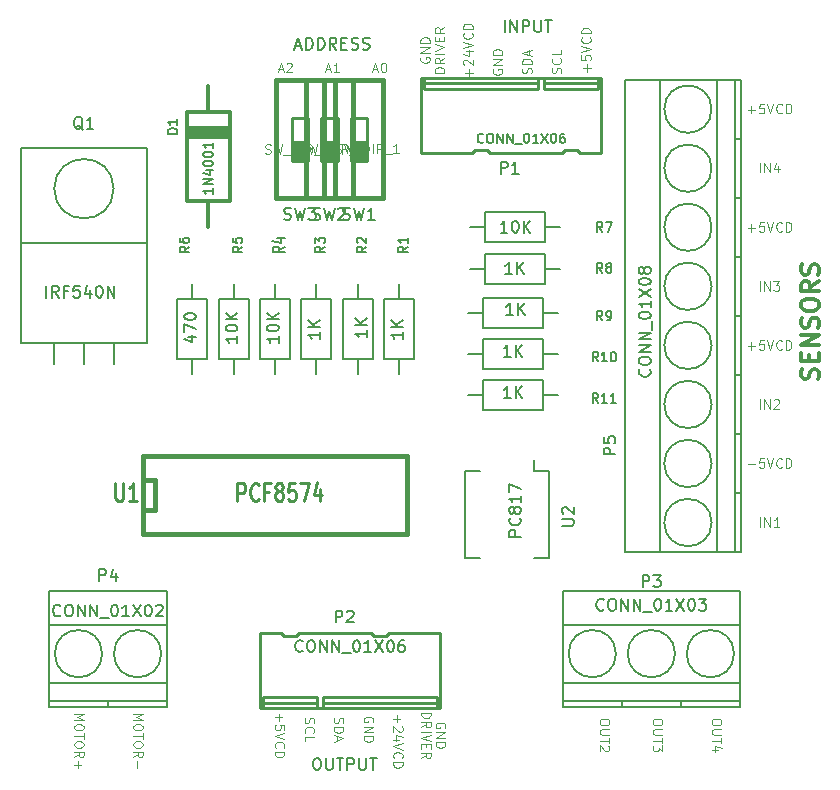
<source format=gbr>
G04 #@! TF.FileFunction,Legend,Top*
%FSLAX46Y46*%
G04 Gerber Fmt 4.6, Leading zero omitted, Abs format (unit mm)*
G04 Created by KiCad (PCBNEW 4.0.1-stable) date 23/09/2016 02:16:46 p. m.*
%MOMM*%
G01*
G04 APERTURE LIST*
%ADD10C,0.100000*%
%ADD11C,0.300000*%
%ADD12C,0.200000*%
%ADD13C,0.304800*%
%ADD14C,0.254000*%
%ADD15C,0.150000*%
%ADD16C,0.381000*%
%ADD17C,0.285750*%
%ADD18C,0.287020*%
G04 APERTURE END LIST*
D10*
D11*
X187107143Y-83857143D02*
X187178571Y-83642857D01*
X187178571Y-83285714D01*
X187107143Y-83142857D01*
X187035714Y-83071428D01*
X186892857Y-83000000D01*
X186750000Y-83000000D01*
X186607143Y-83071428D01*
X186535714Y-83142857D01*
X186464286Y-83285714D01*
X186392857Y-83571428D01*
X186321429Y-83714286D01*
X186250000Y-83785714D01*
X186107143Y-83857143D01*
X185964286Y-83857143D01*
X185821429Y-83785714D01*
X185750000Y-83714286D01*
X185678571Y-83571428D01*
X185678571Y-83214286D01*
X185750000Y-83000000D01*
X186392857Y-82357143D02*
X186392857Y-81857143D01*
X187178571Y-81642857D02*
X187178571Y-82357143D01*
X185678571Y-82357143D01*
X185678571Y-81642857D01*
X187178571Y-81000000D02*
X185678571Y-81000000D01*
X187178571Y-80142857D01*
X185678571Y-80142857D01*
X187107143Y-79500000D02*
X187178571Y-79285714D01*
X187178571Y-78928571D01*
X187107143Y-78785714D01*
X187035714Y-78714285D01*
X186892857Y-78642857D01*
X186750000Y-78642857D01*
X186607143Y-78714285D01*
X186535714Y-78785714D01*
X186464286Y-78928571D01*
X186392857Y-79214285D01*
X186321429Y-79357143D01*
X186250000Y-79428571D01*
X186107143Y-79500000D01*
X185964286Y-79500000D01*
X185821429Y-79428571D01*
X185750000Y-79357143D01*
X185678571Y-79214285D01*
X185678571Y-78857143D01*
X185750000Y-78642857D01*
X185678571Y-77714286D02*
X185678571Y-77428572D01*
X185750000Y-77285714D01*
X185892857Y-77142857D01*
X186178571Y-77071429D01*
X186678571Y-77071429D01*
X186964286Y-77142857D01*
X187107143Y-77285714D01*
X187178571Y-77428572D01*
X187178571Y-77714286D01*
X187107143Y-77857143D01*
X186964286Y-78000000D01*
X186678571Y-78071429D01*
X186178571Y-78071429D01*
X185892857Y-78000000D01*
X185750000Y-77857143D01*
X185678571Y-77714286D01*
X187178571Y-75571428D02*
X186464286Y-76071428D01*
X187178571Y-76428571D02*
X185678571Y-76428571D01*
X185678571Y-75857143D01*
X185750000Y-75714285D01*
X185821429Y-75642857D01*
X185964286Y-75571428D01*
X186178571Y-75571428D01*
X186321429Y-75642857D01*
X186392857Y-75714285D01*
X186464286Y-75857143D01*
X186464286Y-76428571D01*
X187107143Y-75000000D02*
X187178571Y-74785714D01*
X187178571Y-74428571D01*
X187107143Y-74285714D01*
X187035714Y-74214285D01*
X186892857Y-74142857D01*
X186750000Y-74142857D01*
X186607143Y-74214285D01*
X186535714Y-74285714D01*
X186464286Y-74428571D01*
X186392857Y-74714285D01*
X186321429Y-74857143D01*
X186250000Y-74928571D01*
X186107143Y-75000000D01*
X185964286Y-75000000D01*
X185821429Y-74928571D01*
X185750000Y-74857143D01*
X185678571Y-74714285D01*
X185678571Y-74357143D01*
X185750000Y-74142857D01*
D12*
X144595238Y-115952381D02*
X144785715Y-115952381D01*
X144880953Y-116000000D01*
X144976191Y-116095238D01*
X145023810Y-116285714D01*
X145023810Y-116619048D01*
X144976191Y-116809524D01*
X144880953Y-116904762D01*
X144785715Y-116952381D01*
X144595238Y-116952381D01*
X144500000Y-116904762D01*
X144404762Y-116809524D01*
X144357143Y-116619048D01*
X144357143Y-116285714D01*
X144404762Y-116095238D01*
X144500000Y-116000000D01*
X144595238Y-115952381D01*
X145452381Y-115952381D02*
X145452381Y-116761905D01*
X145500000Y-116857143D01*
X145547619Y-116904762D01*
X145642857Y-116952381D01*
X145833334Y-116952381D01*
X145928572Y-116904762D01*
X145976191Y-116857143D01*
X146023810Y-116761905D01*
X146023810Y-115952381D01*
X146357143Y-115952381D02*
X146928572Y-115952381D01*
X146642857Y-116952381D02*
X146642857Y-115952381D01*
X147261905Y-116952381D02*
X147261905Y-115952381D01*
X147642858Y-115952381D01*
X147738096Y-116000000D01*
X147785715Y-116047619D01*
X147833334Y-116142857D01*
X147833334Y-116285714D01*
X147785715Y-116380952D01*
X147738096Y-116428571D01*
X147642858Y-116476190D01*
X147261905Y-116476190D01*
X148261905Y-115952381D02*
X148261905Y-116761905D01*
X148309524Y-116857143D01*
X148357143Y-116904762D01*
X148452381Y-116952381D01*
X148642858Y-116952381D01*
X148738096Y-116904762D01*
X148785715Y-116857143D01*
X148833334Y-116761905D01*
X148833334Y-115952381D01*
X149166667Y-115952381D02*
X149738096Y-115952381D01*
X149452381Y-116952381D02*
X149452381Y-115952381D01*
X160571429Y-54452381D02*
X160571429Y-53452381D01*
X161047619Y-54452381D02*
X161047619Y-53452381D01*
X161619048Y-54452381D01*
X161619048Y-53452381D01*
X162095238Y-54452381D02*
X162095238Y-53452381D01*
X162476191Y-53452381D01*
X162571429Y-53500000D01*
X162619048Y-53547619D01*
X162666667Y-53642857D01*
X162666667Y-53785714D01*
X162619048Y-53880952D01*
X162571429Y-53928571D01*
X162476191Y-53976190D01*
X162095238Y-53976190D01*
X163095238Y-53452381D02*
X163095238Y-54261905D01*
X163142857Y-54357143D01*
X163190476Y-54404762D01*
X163285714Y-54452381D01*
X163476191Y-54452381D01*
X163571429Y-54404762D01*
X163619048Y-54357143D01*
X163666667Y-54261905D01*
X163666667Y-53452381D01*
X164000000Y-53452381D02*
X164571429Y-53452381D01*
X164285714Y-54452381D02*
X164285714Y-53452381D01*
X142857143Y-55666667D02*
X143333334Y-55666667D01*
X142761905Y-55952381D02*
X143095238Y-54952381D01*
X143428572Y-55952381D01*
X143761905Y-55952381D02*
X143761905Y-54952381D01*
X144000000Y-54952381D01*
X144142858Y-55000000D01*
X144238096Y-55095238D01*
X144285715Y-55190476D01*
X144333334Y-55380952D01*
X144333334Y-55523810D01*
X144285715Y-55714286D01*
X144238096Y-55809524D01*
X144142858Y-55904762D01*
X144000000Y-55952381D01*
X143761905Y-55952381D01*
X144761905Y-55952381D02*
X144761905Y-54952381D01*
X145000000Y-54952381D01*
X145142858Y-55000000D01*
X145238096Y-55095238D01*
X145285715Y-55190476D01*
X145333334Y-55380952D01*
X145333334Y-55523810D01*
X145285715Y-55714286D01*
X145238096Y-55809524D01*
X145142858Y-55904762D01*
X145000000Y-55952381D01*
X144761905Y-55952381D01*
X146333334Y-55952381D02*
X146000000Y-55476190D01*
X145761905Y-55952381D02*
X145761905Y-54952381D01*
X146142858Y-54952381D01*
X146238096Y-55000000D01*
X146285715Y-55047619D01*
X146333334Y-55142857D01*
X146333334Y-55285714D01*
X146285715Y-55380952D01*
X146238096Y-55428571D01*
X146142858Y-55476190D01*
X145761905Y-55476190D01*
X146761905Y-55428571D02*
X147095239Y-55428571D01*
X147238096Y-55952381D02*
X146761905Y-55952381D01*
X146761905Y-54952381D01*
X147238096Y-54952381D01*
X147619048Y-55904762D02*
X147761905Y-55952381D01*
X148000001Y-55952381D01*
X148095239Y-55904762D01*
X148142858Y-55857143D01*
X148190477Y-55761905D01*
X148190477Y-55666667D01*
X148142858Y-55571429D01*
X148095239Y-55523810D01*
X148000001Y-55476190D01*
X147809524Y-55428571D01*
X147714286Y-55380952D01*
X147666667Y-55333333D01*
X147619048Y-55238095D01*
X147619048Y-55142857D01*
X147666667Y-55047619D01*
X147714286Y-55000000D01*
X147809524Y-54952381D01*
X148047620Y-54952381D01*
X148190477Y-55000000D01*
X148571429Y-55904762D02*
X148714286Y-55952381D01*
X148952382Y-55952381D01*
X149047620Y-55904762D01*
X149095239Y-55857143D01*
X149142858Y-55761905D01*
X149142858Y-55666667D01*
X149095239Y-55571429D01*
X149047620Y-55523810D01*
X148952382Y-55476190D01*
X148761905Y-55428571D01*
X148666667Y-55380952D01*
X148619048Y-55333333D01*
X148571429Y-55238095D01*
X148571429Y-55142857D01*
X148619048Y-55047619D01*
X148666667Y-55000000D01*
X148761905Y-54952381D01*
X149000001Y-54952381D01*
X149142858Y-55000000D01*
D10*
X149428572Y-57633333D02*
X149809524Y-57633333D01*
X149352381Y-57861905D02*
X149619048Y-57061905D01*
X149885715Y-57861905D01*
X150304762Y-57061905D02*
X150380953Y-57061905D01*
X150457143Y-57100000D01*
X150495238Y-57138095D01*
X150533334Y-57214286D01*
X150571429Y-57366667D01*
X150571429Y-57557143D01*
X150533334Y-57709524D01*
X150495238Y-57785714D01*
X150457143Y-57823810D01*
X150380953Y-57861905D01*
X150304762Y-57861905D01*
X150228572Y-57823810D01*
X150190476Y-57785714D01*
X150152381Y-57709524D01*
X150114286Y-57557143D01*
X150114286Y-57366667D01*
X150152381Y-57214286D01*
X150190476Y-57138095D01*
X150228572Y-57100000D01*
X150304762Y-57061905D01*
X145428572Y-57633333D02*
X145809524Y-57633333D01*
X145352381Y-57861905D02*
X145619048Y-57061905D01*
X145885715Y-57861905D01*
X146571429Y-57861905D02*
X146114286Y-57861905D01*
X146342857Y-57861905D02*
X146342857Y-57061905D01*
X146266667Y-57176190D01*
X146190476Y-57252381D01*
X146114286Y-57290476D01*
X141428572Y-57633333D02*
X141809524Y-57633333D01*
X141352381Y-57861905D02*
X141619048Y-57061905D01*
X141885715Y-57861905D01*
X142114286Y-57138095D02*
X142152381Y-57100000D01*
X142228572Y-57061905D01*
X142419048Y-57061905D01*
X142495238Y-57100000D01*
X142533334Y-57138095D01*
X142571429Y-57214286D01*
X142571429Y-57290476D01*
X142533334Y-57404762D01*
X142076191Y-57861905D01*
X142571429Y-57861905D01*
X167557143Y-57828571D02*
X167557143Y-57219047D01*
X167861905Y-57523809D02*
X167252381Y-57523809D01*
X167061905Y-56457142D02*
X167061905Y-56838095D01*
X167442857Y-56876190D01*
X167404762Y-56838095D01*
X167366667Y-56761904D01*
X167366667Y-56571428D01*
X167404762Y-56495238D01*
X167442857Y-56457142D01*
X167519048Y-56419047D01*
X167709524Y-56419047D01*
X167785714Y-56457142D01*
X167823810Y-56495238D01*
X167861905Y-56571428D01*
X167861905Y-56761904D01*
X167823810Y-56838095D01*
X167785714Y-56876190D01*
X167061905Y-56190476D02*
X167861905Y-55923809D01*
X167061905Y-55657142D01*
X167785714Y-54933333D02*
X167823810Y-54971428D01*
X167861905Y-55085714D01*
X167861905Y-55161904D01*
X167823810Y-55276190D01*
X167747619Y-55352381D01*
X167671429Y-55390476D01*
X167519048Y-55428571D01*
X167404762Y-55428571D01*
X167252381Y-55390476D01*
X167176190Y-55352381D01*
X167100000Y-55276190D01*
X167061905Y-55161904D01*
X167061905Y-55085714D01*
X167100000Y-54971428D01*
X167138095Y-54933333D01*
X167861905Y-54590476D02*
X167061905Y-54590476D01*
X167061905Y-54400000D01*
X167100000Y-54285714D01*
X167176190Y-54209523D01*
X167252381Y-54171428D01*
X167404762Y-54133333D01*
X167519048Y-54133333D01*
X167671429Y-54171428D01*
X167747619Y-54209523D01*
X167823810Y-54285714D01*
X167861905Y-54400000D01*
X167861905Y-54590476D01*
X165323810Y-57952381D02*
X165361905Y-57838095D01*
X165361905Y-57647619D01*
X165323810Y-57571429D01*
X165285714Y-57533333D01*
X165209524Y-57495238D01*
X165133333Y-57495238D01*
X165057143Y-57533333D01*
X165019048Y-57571429D01*
X164980952Y-57647619D01*
X164942857Y-57800000D01*
X164904762Y-57876191D01*
X164866667Y-57914286D01*
X164790476Y-57952381D01*
X164714286Y-57952381D01*
X164638095Y-57914286D01*
X164600000Y-57876191D01*
X164561905Y-57800000D01*
X164561905Y-57609524D01*
X164600000Y-57495238D01*
X165285714Y-56695238D02*
X165323810Y-56733333D01*
X165361905Y-56847619D01*
X165361905Y-56923809D01*
X165323810Y-57038095D01*
X165247619Y-57114286D01*
X165171429Y-57152381D01*
X165019048Y-57190476D01*
X164904762Y-57190476D01*
X164752381Y-57152381D01*
X164676190Y-57114286D01*
X164600000Y-57038095D01*
X164561905Y-56923809D01*
X164561905Y-56847619D01*
X164600000Y-56733333D01*
X164638095Y-56695238D01*
X165361905Y-55971428D02*
X165361905Y-56352381D01*
X164561905Y-56352381D01*
X162823810Y-57971428D02*
X162861905Y-57857142D01*
X162861905Y-57666666D01*
X162823810Y-57590476D01*
X162785714Y-57552380D01*
X162709524Y-57514285D01*
X162633333Y-57514285D01*
X162557143Y-57552380D01*
X162519048Y-57590476D01*
X162480952Y-57666666D01*
X162442857Y-57819047D01*
X162404762Y-57895238D01*
X162366667Y-57933333D01*
X162290476Y-57971428D01*
X162214286Y-57971428D01*
X162138095Y-57933333D01*
X162100000Y-57895238D01*
X162061905Y-57819047D01*
X162061905Y-57628571D01*
X162100000Y-57514285D01*
X162861905Y-57171428D02*
X162061905Y-57171428D01*
X162061905Y-56980952D01*
X162100000Y-56866666D01*
X162176190Y-56790475D01*
X162252381Y-56752380D01*
X162404762Y-56714285D01*
X162519048Y-56714285D01*
X162671429Y-56752380D01*
X162747619Y-56790475D01*
X162823810Y-56866666D01*
X162861905Y-56980952D01*
X162861905Y-57171428D01*
X162633333Y-56409523D02*
X162633333Y-56028571D01*
X162861905Y-56485714D02*
X162061905Y-56219047D01*
X162861905Y-55952380D01*
X159600000Y-57609523D02*
X159561905Y-57685714D01*
X159561905Y-57799999D01*
X159600000Y-57914285D01*
X159676190Y-57990476D01*
X159752381Y-58028571D01*
X159904762Y-58066666D01*
X160019048Y-58066666D01*
X160171429Y-58028571D01*
X160247619Y-57990476D01*
X160323810Y-57914285D01*
X160361905Y-57799999D01*
X160361905Y-57723809D01*
X160323810Y-57609523D01*
X160285714Y-57571428D01*
X160019048Y-57571428D01*
X160019048Y-57723809D01*
X160361905Y-57228571D02*
X159561905Y-57228571D01*
X160361905Y-56771428D01*
X159561905Y-56771428D01*
X160361905Y-56390476D02*
X159561905Y-56390476D01*
X159561905Y-56200000D01*
X159600000Y-56085714D01*
X159676190Y-56009523D01*
X159752381Y-55971428D01*
X159904762Y-55933333D01*
X160019048Y-55933333D01*
X160171429Y-55971428D01*
X160247619Y-56009523D01*
X160323810Y-56085714D01*
X160361905Y-56200000D01*
X160361905Y-56390476D01*
X157557143Y-58209524D02*
X157557143Y-57600000D01*
X157861905Y-57904762D02*
X157252381Y-57904762D01*
X157138095Y-57257143D02*
X157100000Y-57219048D01*
X157061905Y-57142857D01*
X157061905Y-56952381D01*
X157100000Y-56876191D01*
X157138095Y-56838095D01*
X157214286Y-56800000D01*
X157290476Y-56800000D01*
X157404762Y-56838095D01*
X157861905Y-57295238D01*
X157861905Y-56800000D01*
X157328571Y-56114286D02*
X157861905Y-56114286D01*
X157023810Y-56304762D02*
X157595238Y-56495238D01*
X157595238Y-56000000D01*
X157061905Y-55809524D02*
X157861905Y-55542857D01*
X157061905Y-55276190D01*
X157785714Y-54552381D02*
X157823810Y-54590476D01*
X157861905Y-54704762D01*
X157861905Y-54780952D01*
X157823810Y-54895238D01*
X157747619Y-54971429D01*
X157671429Y-55009524D01*
X157519048Y-55047619D01*
X157404762Y-55047619D01*
X157252381Y-55009524D01*
X157176190Y-54971429D01*
X157100000Y-54895238D01*
X157061905Y-54780952D01*
X157061905Y-54704762D01*
X157100000Y-54590476D01*
X157138095Y-54552381D01*
X157861905Y-54209524D02*
X157061905Y-54209524D01*
X157061905Y-54019048D01*
X157100000Y-53904762D01*
X157176190Y-53828571D01*
X157252381Y-53790476D01*
X157404762Y-53752381D01*
X157519048Y-53752381D01*
X157671429Y-53790476D01*
X157747619Y-53828571D01*
X157823810Y-53904762D01*
X157861905Y-54019048D01*
X157861905Y-54209524D01*
X153490000Y-56609523D02*
X153451905Y-56685714D01*
X153451905Y-56799999D01*
X153490000Y-56914285D01*
X153566190Y-56990476D01*
X153642381Y-57028571D01*
X153794762Y-57066666D01*
X153909048Y-57066666D01*
X154061429Y-57028571D01*
X154137619Y-56990476D01*
X154213810Y-56914285D01*
X154251905Y-56799999D01*
X154251905Y-56723809D01*
X154213810Y-56609523D01*
X154175714Y-56571428D01*
X153909048Y-56571428D01*
X153909048Y-56723809D01*
X154251905Y-56228571D02*
X153451905Y-56228571D01*
X154251905Y-55771428D01*
X153451905Y-55771428D01*
X154251905Y-55390476D02*
X153451905Y-55390476D01*
X153451905Y-55200000D01*
X153490000Y-55085714D01*
X153566190Y-55009523D01*
X153642381Y-54971428D01*
X153794762Y-54933333D01*
X153909048Y-54933333D01*
X154061429Y-54971428D01*
X154137619Y-55009523D01*
X154213810Y-55085714D01*
X154251905Y-55200000D01*
X154251905Y-55390476D01*
X155471905Y-57904762D02*
X154671905Y-57904762D01*
X154671905Y-57714286D01*
X154710000Y-57600000D01*
X154786190Y-57523809D01*
X154862381Y-57485714D01*
X155014762Y-57447619D01*
X155129048Y-57447619D01*
X155281429Y-57485714D01*
X155357619Y-57523809D01*
X155433810Y-57600000D01*
X155471905Y-57714286D01*
X155471905Y-57904762D01*
X155471905Y-56647619D02*
X155090952Y-56914286D01*
X155471905Y-57104762D02*
X154671905Y-57104762D01*
X154671905Y-56800000D01*
X154710000Y-56723809D01*
X154748095Y-56685714D01*
X154824286Y-56647619D01*
X154938571Y-56647619D01*
X155014762Y-56685714D01*
X155052857Y-56723809D01*
X155090952Y-56800000D01*
X155090952Y-57104762D01*
X155471905Y-56304762D02*
X154671905Y-56304762D01*
X154671905Y-56038096D02*
X155471905Y-55771429D01*
X154671905Y-55504762D01*
X155052857Y-55238096D02*
X155052857Y-54971429D01*
X155471905Y-54857143D02*
X155471905Y-55238096D01*
X154671905Y-55238096D01*
X154671905Y-54857143D01*
X155471905Y-54057143D02*
X155090952Y-54323810D01*
X155471905Y-54514286D02*
X154671905Y-54514286D01*
X154671905Y-54209524D01*
X154710000Y-54133333D01*
X154748095Y-54095238D01*
X154824286Y-54057143D01*
X154938571Y-54057143D01*
X155014762Y-54095238D01*
X155052857Y-54133333D01*
X155090952Y-54209524D01*
X155090952Y-54514286D01*
X182200000Y-96361905D02*
X182200000Y-95561905D01*
X182580952Y-96361905D02*
X182580952Y-95561905D01*
X183038095Y-96361905D01*
X183038095Y-95561905D01*
X183838095Y-96361905D02*
X183380952Y-96361905D01*
X183609523Y-96361905D02*
X183609523Y-95561905D01*
X183533333Y-95676190D01*
X183457142Y-95752381D01*
X183380952Y-95790476D01*
X181171429Y-91057143D02*
X181780953Y-91057143D01*
X182542858Y-90561905D02*
X182161905Y-90561905D01*
X182123810Y-90942857D01*
X182161905Y-90904762D01*
X182238096Y-90866667D01*
X182428572Y-90866667D01*
X182504762Y-90904762D01*
X182542858Y-90942857D01*
X182580953Y-91019048D01*
X182580953Y-91209524D01*
X182542858Y-91285714D01*
X182504762Y-91323810D01*
X182428572Y-91361905D01*
X182238096Y-91361905D01*
X182161905Y-91323810D01*
X182123810Y-91285714D01*
X182809524Y-90561905D02*
X183076191Y-91361905D01*
X183342858Y-90561905D01*
X184066667Y-91285714D02*
X184028572Y-91323810D01*
X183914286Y-91361905D01*
X183838096Y-91361905D01*
X183723810Y-91323810D01*
X183647619Y-91247619D01*
X183609524Y-91171429D01*
X183571429Y-91019048D01*
X183571429Y-90904762D01*
X183609524Y-90752381D01*
X183647619Y-90676190D01*
X183723810Y-90600000D01*
X183838096Y-90561905D01*
X183914286Y-90561905D01*
X184028572Y-90600000D01*
X184066667Y-90638095D01*
X184409524Y-91361905D02*
X184409524Y-90561905D01*
X184600000Y-90561905D01*
X184714286Y-90600000D01*
X184790477Y-90676190D01*
X184828572Y-90752381D01*
X184866667Y-90904762D01*
X184866667Y-91019048D01*
X184828572Y-91171429D01*
X184790477Y-91247619D01*
X184714286Y-91323810D01*
X184600000Y-91361905D01*
X184409524Y-91361905D01*
X182200000Y-86361905D02*
X182200000Y-85561905D01*
X182580952Y-86361905D02*
X182580952Y-85561905D01*
X183038095Y-86361905D01*
X183038095Y-85561905D01*
X183380952Y-85638095D02*
X183419047Y-85600000D01*
X183495238Y-85561905D01*
X183685714Y-85561905D01*
X183761904Y-85600000D01*
X183800000Y-85638095D01*
X183838095Y-85714286D01*
X183838095Y-85790476D01*
X183800000Y-85904762D01*
X183342857Y-86361905D01*
X183838095Y-86361905D01*
X181171429Y-81057143D02*
X181780953Y-81057143D01*
X181476191Y-81361905D02*
X181476191Y-80752381D01*
X182542858Y-80561905D02*
X182161905Y-80561905D01*
X182123810Y-80942857D01*
X182161905Y-80904762D01*
X182238096Y-80866667D01*
X182428572Y-80866667D01*
X182504762Y-80904762D01*
X182542858Y-80942857D01*
X182580953Y-81019048D01*
X182580953Y-81209524D01*
X182542858Y-81285714D01*
X182504762Y-81323810D01*
X182428572Y-81361905D01*
X182238096Y-81361905D01*
X182161905Y-81323810D01*
X182123810Y-81285714D01*
X182809524Y-80561905D02*
X183076191Y-81361905D01*
X183342858Y-80561905D01*
X184066667Y-81285714D02*
X184028572Y-81323810D01*
X183914286Y-81361905D01*
X183838096Y-81361905D01*
X183723810Y-81323810D01*
X183647619Y-81247619D01*
X183609524Y-81171429D01*
X183571429Y-81019048D01*
X183571429Y-80904762D01*
X183609524Y-80752381D01*
X183647619Y-80676190D01*
X183723810Y-80600000D01*
X183838096Y-80561905D01*
X183914286Y-80561905D01*
X184028572Y-80600000D01*
X184066667Y-80638095D01*
X184409524Y-81361905D02*
X184409524Y-80561905D01*
X184600000Y-80561905D01*
X184714286Y-80600000D01*
X184790477Y-80676190D01*
X184828572Y-80752381D01*
X184866667Y-80904762D01*
X184866667Y-81019048D01*
X184828572Y-81171429D01*
X184790477Y-81247619D01*
X184714286Y-81323810D01*
X184600000Y-81361905D01*
X184409524Y-81361905D01*
X182200000Y-76361905D02*
X182200000Y-75561905D01*
X182580952Y-76361905D02*
X182580952Y-75561905D01*
X183038095Y-76361905D01*
X183038095Y-75561905D01*
X183342857Y-75561905D02*
X183838095Y-75561905D01*
X183571428Y-75866667D01*
X183685714Y-75866667D01*
X183761904Y-75904762D01*
X183800000Y-75942857D01*
X183838095Y-76019048D01*
X183838095Y-76209524D01*
X183800000Y-76285714D01*
X183761904Y-76323810D01*
X183685714Y-76361905D01*
X183457142Y-76361905D01*
X183380952Y-76323810D01*
X183342857Y-76285714D01*
X181171429Y-71057143D02*
X181780953Y-71057143D01*
X181476191Y-71361905D02*
X181476191Y-70752381D01*
X182542858Y-70561905D02*
X182161905Y-70561905D01*
X182123810Y-70942857D01*
X182161905Y-70904762D01*
X182238096Y-70866667D01*
X182428572Y-70866667D01*
X182504762Y-70904762D01*
X182542858Y-70942857D01*
X182580953Y-71019048D01*
X182580953Y-71209524D01*
X182542858Y-71285714D01*
X182504762Y-71323810D01*
X182428572Y-71361905D01*
X182238096Y-71361905D01*
X182161905Y-71323810D01*
X182123810Y-71285714D01*
X182809524Y-70561905D02*
X183076191Y-71361905D01*
X183342858Y-70561905D01*
X184066667Y-71285714D02*
X184028572Y-71323810D01*
X183914286Y-71361905D01*
X183838096Y-71361905D01*
X183723810Y-71323810D01*
X183647619Y-71247619D01*
X183609524Y-71171429D01*
X183571429Y-71019048D01*
X183571429Y-70904762D01*
X183609524Y-70752381D01*
X183647619Y-70676190D01*
X183723810Y-70600000D01*
X183838096Y-70561905D01*
X183914286Y-70561905D01*
X184028572Y-70600000D01*
X184066667Y-70638095D01*
X184409524Y-71361905D02*
X184409524Y-70561905D01*
X184600000Y-70561905D01*
X184714286Y-70600000D01*
X184790477Y-70676190D01*
X184828572Y-70752381D01*
X184866667Y-70904762D01*
X184866667Y-71019048D01*
X184828572Y-71171429D01*
X184790477Y-71247619D01*
X184714286Y-71323810D01*
X184600000Y-71361905D01*
X184409524Y-71361905D01*
X182200000Y-66361905D02*
X182200000Y-65561905D01*
X182580952Y-66361905D02*
X182580952Y-65561905D01*
X183038095Y-66361905D01*
X183038095Y-65561905D01*
X183761904Y-65828571D02*
X183761904Y-66361905D01*
X183571428Y-65523810D02*
X183380952Y-66095238D01*
X183876190Y-66095238D01*
X181171429Y-61057143D02*
X181780953Y-61057143D01*
X181476191Y-61361905D02*
X181476191Y-60752381D01*
X182542858Y-60561905D02*
X182161905Y-60561905D01*
X182123810Y-60942857D01*
X182161905Y-60904762D01*
X182238096Y-60866667D01*
X182428572Y-60866667D01*
X182504762Y-60904762D01*
X182542858Y-60942857D01*
X182580953Y-61019048D01*
X182580953Y-61209524D01*
X182542858Y-61285714D01*
X182504762Y-61323810D01*
X182428572Y-61361905D01*
X182238096Y-61361905D01*
X182161905Y-61323810D01*
X182123810Y-61285714D01*
X182809524Y-60561905D02*
X183076191Y-61361905D01*
X183342858Y-60561905D01*
X184066667Y-61285714D02*
X184028572Y-61323810D01*
X183914286Y-61361905D01*
X183838096Y-61361905D01*
X183723810Y-61323810D01*
X183647619Y-61247619D01*
X183609524Y-61171429D01*
X183571429Y-61019048D01*
X183571429Y-60904762D01*
X183609524Y-60752381D01*
X183647619Y-60676190D01*
X183723810Y-60600000D01*
X183838096Y-60561905D01*
X183914286Y-60561905D01*
X184028572Y-60600000D01*
X184066667Y-60638095D01*
X184409524Y-61361905D02*
X184409524Y-60561905D01*
X184600000Y-60561905D01*
X184714286Y-60600000D01*
X184790477Y-60676190D01*
X184828572Y-60752381D01*
X184866667Y-60904762D01*
X184866667Y-61019048D01*
X184828572Y-61171429D01*
X184790477Y-61247619D01*
X184714286Y-61323810D01*
X184600000Y-61361905D01*
X184409524Y-61361905D01*
X178938095Y-112819048D02*
X178938095Y-112971429D01*
X178900000Y-113047620D01*
X178823810Y-113123810D01*
X178671429Y-113161905D01*
X178404762Y-113161905D01*
X178252381Y-113123810D01*
X178176190Y-113047620D01*
X178138095Y-112971429D01*
X178138095Y-112819048D01*
X178176190Y-112742858D01*
X178252381Y-112666667D01*
X178404762Y-112628572D01*
X178671429Y-112628572D01*
X178823810Y-112666667D01*
X178900000Y-112742858D01*
X178938095Y-112819048D01*
X178938095Y-113504762D02*
X178290476Y-113504762D01*
X178214286Y-113542857D01*
X178176190Y-113580953D01*
X178138095Y-113657143D01*
X178138095Y-113809524D01*
X178176190Y-113885715D01*
X178214286Y-113923810D01*
X178290476Y-113961905D01*
X178938095Y-113961905D01*
X178938095Y-114228571D02*
X178938095Y-114685714D01*
X178138095Y-114457143D02*
X178938095Y-114457143D01*
X178671429Y-115295238D02*
X178138095Y-115295238D01*
X178976190Y-115104762D02*
X178404762Y-114914286D01*
X178404762Y-115409524D01*
X173938095Y-112819048D02*
X173938095Y-112971429D01*
X173900000Y-113047620D01*
X173823810Y-113123810D01*
X173671429Y-113161905D01*
X173404762Y-113161905D01*
X173252381Y-113123810D01*
X173176190Y-113047620D01*
X173138095Y-112971429D01*
X173138095Y-112819048D01*
X173176190Y-112742858D01*
X173252381Y-112666667D01*
X173404762Y-112628572D01*
X173671429Y-112628572D01*
X173823810Y-112666667D01*
X173900000Y-112742858D01*
X173938095Y-112819048D01*
X173938095Y-113504762D02*
X173290476Y-113504762D01*
X173214286Y-113542857D01*
X173176190Y-113580953D01*
X173138095Y-113657143D01*
X173138095Y-113809524D01*
X173176190Y-113885715D01*
X173214286Y-113923810D01*
X173290476Y-113961905D01*
X173938095Y-113961905D01*
X173938095Y-114228571D02*
X173938095Y-114685714D01*
X173138095Y-114457143D02*
X173938095Y-114457143D01*
X173938095Y-114876191D02*
X173938095Y-115371429D01*
X173633333Y-115104762D01*
X173633333Y-115219048D01*
X173595238Y-115295238D01*
X173557143Y-115333334D01*
X173480952Y-115371429D01*
X173290476Y-115371429D01*
X173214286Y-115333334D01*
X173176190Y-115295238D01*
X173138095Y-115219048D01*
X173138095Y-114990476D01*
X173176190Y-114914286D01*
X173214286Y-114876191D01*
X169438095Y-112819048D02*
X169438095Y-112971429D01*
X169400000Y-113047620D01*
X169323810Y-113123810D01*
X169171429Y-113161905D01*
X168904762Y-113161905D01*
X168752381Y-113123810D01*
X168676190Y-113047620D01*
X168638095Y-112971429D01*
X168638095Y-112819048D01*
X168676190Y-112742858D01*
X168752381Y-112666667D01*
X168904762Y-112628572D01*
X169171429Y-112628572D01*
X169323810Y-112666667D01*
X169400000Y-112742858D01*
X169438095Y-112819048D01*
X169438095Y-113504762D02*
X168790476Y-113504762D01*
X168714286Y-113542857D01*
X168676190Y-113580953D01*
X168638095Y-113657143D01*
X168638095Y-113809524D01*
X168676190Y-113885715D01*
X168714286Y-113923810D01*
X168790476Y-113961905D01*
X169438095Y-113961905D01*
X169438095Y-114228571D02*
X169438095Y-114685714D01*
X168638095Y-114457143D02*
X169438095Y-114457143D01*
X169361905Y-114914286D02*
X169400000Y-114952381D01*
X169438095Y-115028572D01*
X169438095Y-115219048D01*
X169400000Y-115295238D01*
X169361905Y-115333334D01*
X169285714Y-115371429D01*
X169209524Y-115371429D01*
X169095238Y-115333334D01*
X168638095Y-114876191D01*
X168638095Y-115371429D01*
X155510000Y-113390477D02*
X155548095Y-113314286D01*
X155548095Y-113200001D01*
X155510000Y-113085715D01*
X155433810Y-113009524D01*
X155357619Y-112971429D01*
X155205238Y-112933334D01*
X155090952Y-112933334D01*
X154938571Y-112971429D01*
X154862381Y-113009524D01*
X154786190Y-113085715D01*
X154748095Y-113200001D01*
X154748095Y-113276191D01*
X154786190Y-113390477D01*
X154824286Y-113428572D01*
X155090952Y-113428572D01*
X155090952Y-113276191D01*
X154748095Y-113771429D02*
X155548095Y-113771429D01*
X154748095Y-114228572D01*
X155548095Y-114228572D01*
X154748095Y-114609524D02*
X155548095Y-114609524D01*
X155548095Y-114800000D01*
X155510000Y-114914286D01*
X155433810Y-114990477D01*
X155357619Y-115028572D01*
X155205238Y-115066667D01*
X155090952Y-115066667D01*
X154938571Y-115028572D01*
X154862381Y-114990477D01*
X154786190Y-114914286D01*
X154748095Y-114800000D01*
X154748095Y-114609524D01*
X153528095Y-112095238D02*
X154328095Y-112095238D01*
X154328095Y-112285714D01*
X154290000Y-112400000D01*
X154213810Y-112476191D01*
X154137619Y-112514286D01*
X153985238Y-112552381D01*
X153870952Y-112552381D01*
X153718571Y-112514286D01*
X153642381Y-112476191D01*
X153566190Y-112400000D01*
X153528095Y-112285714D01*
X153528095Y-112095238D01*
X153528095Y-113352381D02*
X153909048Y-113085714D01*
X153528095Y-112895238D02*
X154328095Y-112895238D01*
X154328095Y-113200000D01*
X154290000Y-113276191D01*
X154251905Y-113314286D01*
X154175714Y-113352381D01*
X154061429Y-113352381D01*
X153985238Y-113314286D01*
X153947143Y-113276191D01*
X153909048Y-113200000D01*
X153909048Y-112895238D01*
X153528095Y-113695238D02*
X154328095Y-113695238D01*
X154328095Y-113961904D02*
X153528095Y-114228571D01*
X154328095Y-114495238D01*
X153947143Y-114761904D02*
X153947143Y-115028571D01*
X153528095Y-115142857D02*
X153528095Y-114761904D01*
X154328095Y-114761904D01*
X154328095Y-115142857D01*
X153528095Y-115942857D02*
X153909048Y-115676190D01*
X153528095Y-115485714D02*
X154328095Y-115485714D01*
X154328095Y-115790476D01*
X154290000Y-115866667D01*
X154251905Y-115904762D01*
X154175714Y-115942857D01*
X154061429Y-115942857D01*
X153985238Y-115904762D01*
X153947143Y-115866667D01*
X153909048Y-115790476D01*
X153909048Y-115485714D01*
X151442857Y-112290476D02*
X151442857Y-112900000D01*
X151138095Y-112595238D02*
X151747619Y-112595238D01*
X151861905Y-113242857D02*
X151900000Y-113280952D01*
X151938095Y-113357143D01*
X151938095Y-113547619D01*
X151900000Y-113623809D01*
X151861905Y-113661905D01*
X151785714Y-113700000D01*
X151709524Y-113700000D01*
X151595238Y-113661905D01*
X151138095Y-113204762D01*
X151138095Y-113700000D01*
X151671429Y-114385714D02*
X151138095Y-114385714D01*
X151976190Y-114195238D02*
X151404762Y-114004762D01*
X151404762Y-114500000D01*
X151938095Y-114690476D02*
X151138095Y-114957143D01*
X151938095Y-115223810D01*
X151214286Y-115947619D02*
X151176190Y-115909524D01*
X151138095Y-115795238D01*
X151138095Y-115719048D01*
X151176190Y-115604762D01*
X151252381Y-115528571D01*
X151328571Y-115490476D01*
X151480952Y-115452381D01*
X151595238Y-115452381D01*
X151747619Y-115490476D01*
X151823810Y-115528571D01*
X151900000Y-115604762D01*
X151938095Y-115719048D01*
X151938095Y-115795238D01*
X151900000Y-115909524D01*
X151861905Y-115947619D01*
X151138095Y-116290476D02*
X151938095Y-116290476D01*
X151938095Y-116480952D01*
X151900000Y-116595238D01*
X151823810Y-116671429D01*
X151747619Y-116709524D01*
X151595238Y-116747619D01*
X151480952Y-116747619D01*
X151328571Y-116709524D01*
X151252381Y-116671429D01*
X151176190Y-116595238D01*
X151138095Y-116480952D01*
X151138095Y-116290476D01*
X149400000Y-112890477D02*
X149438095Y-112814286D01*
X149438095Y-112700001D01*
X149400000Y-112585715D01*
X149323810Y-112509524D01*
X149247619Y-112471429D01*
X149095238Y-112433334D01*
X148980952Y-112433334D01*
X148828571Y-112471429D01*
X148752381Y-112509524D01*
X148676190Y-112585715D01*
X148638095Y-112700001D01*
X148638095Y-112776191D01*
X148676190Y-112890477D01*
X148714286Y-112928572D01*
X148980952Y-112928572D01*
X148980952Y-112776191D01*
X148638095Y-113271429D02*
X149438095Y-113271429D01*
X148638095Y-113728572D01*
X149438095Y-113728572D01*
X148638095Y-114109524D02*
X149438095Y-114109524D01*
X149438095Y-114300000D01*
X149400000Y-114414286D01*
X149323810Y-114490477D01*
X149247619Y-114528572D01*
X149095238Y-114566667D01*
X148980952Y-114566667D01*
X148828571Y-114528572D01*
X148752381Y-114490477D01*
X148676190Y-114414286D01*
X148638095Y-114300000D01*
X148638095Y-114109524D01*
X146176190Y-112528572D02*
X146138095Y-112642858D01*
X146138095Y-112833334D01*
X146176190Y-112909524D01*
X146214286Y-112947620D01*
X146290476Y-112985715D01*
X146366667Y-112985715D01*
X146442857Y-112947620D01*
X146480952Y-112909524D01*
X146519048Y-112833334D01*
X146557143Y-112680953D01*
X146595238Y-112604762D01*
X146633333Y-112566667D01*
X146709524Y-112528572D01*
X146785714Y-112528572D01*
X146861905Y-112566667D01*
X146900000Y-112604762D01*
X146938095Y-112680953D01*
X146938095Y-112871429D01*
X146900000Y-112985715D01*
X146138095Y-113328572D02*
X146938095Y-113328572D01*
X146938095Y-113519048D01*
X146900000Y-113633334D01*
X146823810Y-113709525D01*
X146747619Y-113747620D01*
X146595238Y-113785715D01*
X146480952Y-113785715D01*
X146328571Y-113747620D01*
X146252381Y-113709525D01*
X146176190Y-113633334D01*
X146138095Y-113519048D01*
X146138095Y-113328572D01*
X146366667Y-114090477D02*
X146366667Y-114471429D01*
X146138095Y-114014286D02*
X146938095Y-114280953D01*
X146138095Y-114547620D01*
X143676190Y-112547619D02*
X143638095Y-112661905D01*
X143638095Y-112852381D01*
X143676190Y-112928571D01*
X143714286Y-112966667D01*
X143790476Y-113004762D01*
X143866667Y-113004762D01*
X143942857Y-112966667D01*
X143980952Y-112928571D01*
X144019048Y-112852381D01*
X144057143Y-112700000D01*
X144095238Y-112623809D01*
X144133333Y-112585714D01*
X144209524Y-112547619D01*
X144285714Y-112547619D01*
X144361905Y-112585714D01*
X144400000Y-112623809D01*
X144438095Y-112700000D01*
X144438095Y-112890476D01*
X144400000Y-113004762D01*
X143714286Y-113804762D02*
X143676190Y-113766667D01*
X143638095Y-113652381D01*
X143638095Y-113576191D01*
X143676190Y-113461905D01*
X143752381Y-113385714D01*
X143828571Y-113347619D01*
X143980952Y-113309524D01*
X144095238Y-113309524D01*
X144247619Y-113347619D01*
X144323810Y-113385714D01*
X144400000Y-113461905D01*
X144438095Y-113576191D01*
X144438095Y-113652381D01*
X144400000Y-113766667D01*
X144361905Y-113804762D01*
X143638095Y-114528572D02*
X143638095Y-114147619D01*
X144438095Y-114147619D01*
X141442857Y-112171429D02*
X141442857Y-112780953D01*
X141138095Y-112476191D02*
X141747619Y-112476191D01*
X141938095Y-113542858D02*
X141938095Y-113161905D01*
X141557143Y-113123810D01*
X141595238Y-113161905D01*
X141633333Y-113238096D01*
X141633333Y-113428572D01*
X141595238Y-113504762D01*
X141557143Y-113542858D01*
X141480952Y-113580953D01*
X141290476Y-113580953D01*
X141214286Y-113542858D01*
X141176190Y-113504762D01*
X141138095Y-113428572D01*
X141138095Y-113238096D01*
X141176190Y-113161905D01*
X141214286Y-113123810D01*
X141938095Y-113809524D02*
X141138095Y-114076191D01*
X141938095Y-114342858D01*
X141214286Y-115066667D02*
X141176190Y-115028572D01*
X141138095Y-114914286D01*
X141138095Y-114838096D01*
X141176190Y-114723810D01*
X141252381Y-114647619D01*
X141328571Y-114609524D01*
X141480952Y-114571429D01*
X141595238Y-114571429D01*
X141747619Y-114609524D01*
X141823810Y-114647619D01*
X141900000Y-114723810D01*
X141938095Y-114838096D01*
X141938095Y-114914286D01*
X141900000Y-115028572D01*
X141861905Y-115066667D01*
X141138095Y-115409524D02*
X141938095Y-115409524D01*
X141938095Y-115600000D01*
X141900000Y-115714286D01*
X141823810Y-115790477D01*
X141747619Y-115828572D01*
X141595238Y-115866667D01*
X141480952Y-115866667D01*
X141328571Y-115828572D01*
X141252381Y-115790477D01*
X141176190Y-115714286D01*
X141138095Y-115600000D01*
X141138095Y-115409524D01*
X129138095Y-112195238D02*
X129938095Y-112195238D01*
X129366667Y-112461905D01*
X129938095Y-112728572D01*
X129138095Y-112728572D01*
X129938095Y-113261905D02*
X129938095Y-113414286D01*
X129900000Y-113490477D01*
X129823810Y-113566667D01*
X129671429Y-113604762D01*
X129404762Y-113604762D01*
X129252381Y-113566667D01*
X129176190Y-113490477D01*
X129138095Y-113414286D01*
X129138095Y-113261905D01*
X129176190Y-113185715D01*
X129252381Y-113109524D01*
X129404762Y-113071429D01*
X129671429Y-113071429D01*
X129823810Y-113109524D01*
X129900000Y-113185715D01*
X129938095Y-113261905D01*
X129938095Y-113833333D02*
X129938095Y-114290476D01*
X129138095Y-114061905D02*
X129938095Y-114061905D01*
X129938095Y-114709524D02*
X129938095Y-114861905D01*
X129900000Y-114938096D01*
X129823810Y-115014286D01*
X129671429Y-115052381D01*
X129404762Y-115052381D01*
X129252381Y-115014286D01*
X129176190Y-114938096D01*
X129138095Y-114861905D01*
X129138095Y-114709524D01*
X129176190Y-114633334D01*
X129252381Y-114557143D01*
X129404762Y-114519048D01*
X129671429Y-114519048D01*
X129823810Y-114557143D01*
X129900000Y-114633334D01*
X129938095Y-114709524D01*
X129138095Y-115852381D02*
X129519048Y-115585714D01*
X129138095Y-115395238D02*
X129938095Y-115395238D01*
X129938095Y-115700000D01*
X129900000Y-115776191D01*
X129861905Y-115814286D01*
X129785714Y-115852381D01*
X129671429Y-115852381D01*
X129595238Y-115814286D01*
X129557143Y-115776191D01*
X129519048Y-115700000D01*
X129519048Y-115395238D01*
X129442857Y-116195238D02*
X129442857Y-116804762D01*
X124138095Y-112195238D02*
X124938095Y-112195238D01*
X124366667Y-112461905D01*
X124938095Y-112728572D01*
X124138095Y-112728572D01*
X124938095Y-113261905D02*
X124938095Y-113414286D01*
X124900000Y-113490477D01*
X124823810Y-113566667D01*
X124671429Y-113604762D01*
X124404762Y-113604762D01*
X124252381Y-113566667D01*
X124176190Y-113490477D01*
X124138095Y-113414286D01*
X124138095Y-113261905D01*
X124176190Y-113185715D01*
X124252381Y-113109524D01*
X124404762Y-113071429D01*
X124671429Y-113071429D01*
X124823810Y-113109524D01*
X124900000Y-113185715D01*
X124938095Y-113261905D01*
X124938095Y-113833333D02*
X124938095Y-114290476D01*
X124138095Y-114061905D02*
X124938095Y-114061905D01*
X124938095Y-114709524D02*
X124938095Y-114861905D01*
X124900000Y-114938096D01*
X124823810Y-115014286D01*
X124671429Y-115052381D01*
X124404762Y-115052381D01*
X124252381Y-115014286D01*
X124176190Y-114938096D01*
X124138095Y-114861905D01*
X124138095Y-114709524D01*
X124176190Y-114633334D01*
X124252381Y-114557143D01*
X124404762Y-114519048D01*
X124671429Y-114519048D01*
X124823810Y-114557143D01*
X124900000Y-114633334D01*
X124938095Y-114709524D01*
X124138095Y-115852381D02*
X124519048Y-115585714D01*
X124138095Y-115395238D02*
X124938095Y-115395238D01*
X124938095Y-115700000D01*
X124900000Y-115776191D01*
X124861905Y-115814286D01*
X124785714Y-115852381D01*
X124671429Y-115852381D01*
X124595238Y-115814286D01*
X124557143Y-115776191D01*
X124519048Y-115700000D01*
X124519048Y-115395238D01*
X124442857Y-116195238D02*
X124442857Y-116804762D01*
X124138095Y-116500000D02*
X124747619Y-116500000D01*
D13*
X137300000Y-62600000D02*
X133700000Y-62600000D01*
X133700000Y-62800000D02*
X137300000Y-62800000D01*
X137300000Y-63000000D02*
X133700000Y-63000000D01*
X137300000Y-63200000D02*
X133700000Y-63200000D01*
X133700000Y-63400000D02*
X137300000Y-63400000D01*
X133700000Y-68800000D02*
X133700000Y-61200000D01*
X133700000Y-61200000D02*
X137300000Y-61200000D01*
X137300000Y-61200000D02*
X137300000Y-68800000D01*
X137300000Y-68800000D02*
X133700000Y-68800000D01*
X135500000Y-59000000D02*
X135500000Y-61200000D01*
X135500000Y-71000000D02*
X135500000Y-68800000D01*
D14*
X163944000Y-59290200D02*
X168516000Y-59290200D01*
X163944000Y-58782200D02*
X168516000Y-58782200D01*
X163436000Y-58782200D02*
X153784000Y-58782200D01*
X163436000Y-59290200D02*
X153784000Y-59290200D01*
X153784000Y-59290200D02*
X153784000Y-58401200D01*
X168516000Y-59290200D02*
X168516000Y-58401200D01*
X163944000Y-59290200D02*
X163944000Y-58401200D01*
X163436000Y-59290200D02*
X163436000Y-58401200D01*
X153530000Y-58401200D02*
X168770000Y-58401200D01*
X159372000Y-64751200D02*
X165468000Y-64751200D01*
X157848000Y-64751200D02*
X153530000Y-64751200D01*
X165722000Y-64497200D02*
X166738000Y-64497200D01*
X165722000Y-64497200D02*
X165468000Y-64751200D01*
X166738000Y-64497200D02*
X166992000Y-64751200D01*
X166992000Y-64751200D02*
X168770000Y-64751200D01*
X159118000Y-64497200D02*
X159372000Y-64751200D01*
X158102000Y-64497200D02*
X157848000Y-64751200D01*
X158102000Y-64497200D02*
X159118000Y-64497200D01*
X168770000Y-58401200D02*
X168770000Y-64751200D01*
X153530000Y-64751200D02*
X153530000Y-58401200D01*
X144706000Y-110786000D02*
X140134000Y-110786000D01*
X144706000Y-111294000D02*
X140134000Y-111294000D01*
X145214000Y-111294000D02*
X154866000Y-111294000D01*
X145214000Y-110786000D02*
X154866000Y-110786000D01*
X154866000Y-110786000D02*
X154866000Y-111675000D01*
X140134000Y-110786000D02*
X140134000Y-111675000D01*
X144706000Y-110786000D02*
X144706000Y-111675000D01*
X145214000Y-110786000D02*
X145214000Y-111675000D01*
X155120000Y-111675000D02*
X139880000Y-111675000D01*
X149278000Y-105325000D02*
X143182000Y-105325000D01*
X150802000Y-105325000D02*
X155120000Y-105325000D01*
X142928000Y-105579000D02*
X141912000Y-105579000D01*
X142928000Y-105579000D02*
X143182000Y-105325000D01*
X141912000Y-105579000D02*
X141658000Y-105325000D01*
X141658000Y-105325000D02*
X139880000Y-105325000D01*
X149532000Y-105579000D02*
X149278000Y-105325000D01*
X150548000Y-105579000D02*
X150802000Y-105325000D01*
X150548000Y-105579000D02*
X149532000Y-105579000D01*
X139880000Y-111675000D02*
X139880000Y-105325000D01*
X155120000Y-105325000D02*
X155120000Y-111675000D01*
D15*
X180000000Y-107100000D02*
G75*
G03X180000000Y-107100000I-2000000J0D01*
G01*
X175500000Y-111100000D02*
X175500000Y-111600000D01*
X170500000Y-111100000D02*
X170500000Y-111600000D01*
X175000000Y-107100000D02*
G75*
G03X175000000Y-107100000I-2000000J0D01*
G01*
X170000000Y-107100000D02*
G75*
G03X170000000Y-107100000I-2000000J0D01*
G01*
X165500000Y-109600000D02*
X180500000Y-109600000D01*
X165500000Y-104700000D02*
X180500000Y-104700000D01*
X165500000Y-111100000D02*
X180500000Y-111100000D01*
X165500000Y-111600000D02*
X180500000Y-111600000D01*
X180500000Y-111600000D02*
X180500000Y-101800000D01*
X180500000Y-101800000D02*
X165500000Y-101800000D01*
X165500000Y-101800000D02*
X165500000Y-111600000D01*
X127000000Y-111100000D02*
X127000000Y-111600000D01*
X131500000Y-107100000D02*
G75*
G03X131500000Y-107100000I-2000000J0D01*
G01*
X126500000Y-107100000D02*
G75*
G03X126500000Y-107100000I-2000000J0D01*
G01*
X122000000Y-109600000D02*
X132000000Y-109600000D01*
X122000000Y-104700000D02*
X132000000Y-104700000D01*
X122000000Y-111100000D02*
X132000000Y-111100000D01*
X122000000Y-111600000D02*
X132000000Y-111600000D01*
X132000000Y-111600000D02*
X132000000Y-101800000D01*
X132000000Y-101800000D02*
X122000000Y-101800000D01*
X122000000Y-101800000D02*
X122000000Y-111600000D01*
X178100000Y-61000000D02*
G75*
G03X178100000Y-61000000I-2000000J0D01*
G01*
X180100000Y-63500000D02*
X180600000Y-63500000D01*
X180100000Y-68500000D02*
X180600000Y-68500000D01*
X178100000Y-66000000D02*
G75*
G03X178100000Y-66000000I-2000000J0D01*
G01*
X178100000Y-71000000D02*
G75*
G03X178100000Y-71000000I-2000000J0D01*
G01*
X180100000Y-73500000D02*
X180600000Y-73500000D01*
X180100000Y-78500000D02*
X180600000Y-78500000D01*
X178100000Y-76000000D02*
G75*
G03X178100000Y-76000000I-2000000J0D01*
G01*
X180100000Y-83500000D02*
X180600000Y-83500000D01*
X178100000Y-81000000D02*
G75*
G03X178100000Y-81000000I-2000000J0D01*
G01*
X178100000Y-86000000D02*
G75*
G03X178100000Y-86000000I-2000000J0D01*
G01*
X180100000Y-88500000D02*
X180600000Y-88500000D01*
X180100000Y-93500000D02*
X180600000Y-93500000D01*
X178100000Y-91000000D02*
G75*
G03X178100000Y-91000000I-2000000J0D01*
G01*
X178100000Y-96000000D02*
G75*
G03X178100000Y-96000000I-2000000J0D01*
G01*
X178600000Y-98500000D02*
X178600000Y-58500000D01*
X173700000Y-98500000D02*
X173700000Y-58500000D01*
X180100000Y-98500000D02*
X180100000Y-58500000D01*
X180600000Y-98500000D02*
X180600000Y-58500000D01*
X180600000Y-58500000D02*
X170800000Y-58500000D01*
X170800000Y-58500000D02*
X170800000Y-98500000D01*
X170800000Y-98500000D02*
X180600000Y-98500000D01*
X127474472Y-67736000D02*
G75*
G03X127474472Y-67736000I-2514472J0D01*
G01*
X122420000Y-80817000D02*
X122420000Y-82595000D01*
X124960000Y-80817000D02*
X124960000Y-82595000D01*
X127500000Y-80817000D02*
X127500000Y-82595000D01*
X130294000Y-72308000D02*
X130294000Y-64307000D01*
X130294000Y-64307000D02*
X119626000Y-64307000D01*
X119626000Y-64307000D02*
X119626000Y-72308000D01*
X130294000Y-80817000D02*
X130294000Y-72308000D01*
X130294000Y-72308000D02*
X119626000Y-72308000D01*
X119626000Y-72308000D02*
X119626000Y-80817000D01*
X124960000Y-80817000D02*
X119626000Y-80817000D01*
X124960000Y-80817000D02*
X130294000Y-80817000D01*
X150377000Y-82190500D02*
X150377000Y-77110500D01*
X150377000Y-77110500D02*
X152917000Y-77110500D01*
X152917000Y-77110500D02*
X152917000Y-82190500D01*
X152917000Y-82190500D02*
X150377000Y-82190500D01*
X151647000Y-82190500D02*
X151647000Y-83460500D01*
X151647000Y-77110500D02*
X151647000Y-75840500D01*
X146877000Y-82190500D02*
X146877000Y-77110500D01*
X146877000Y-77110500D02*
X149417000Y-77110500D01*
X149417000Y-77110500D02*
X149417000Y-82190500D01*
X149417000Y-82190500D02*
X146877000Y-82190500D01*
X148147000Y-82190500D02*
X148147000Y-83460500D01*
X148147000Y-77110500D02*
X148147000Y-75840500D01*
X143377000Y-82190500D02*
X143377000Y-77110500D01*
X143377000Y-77110500D02*
X145917000Y-77110500D01*
X145917000Y-77110500D02*
X145917000Y-82190500D01*
X145917000Y-82190500D02*
X143377000Y-82190500D01*
X144647000Y-82190500D02*
X144647000Y-83460500D01*
X144647000Y-77110500D02*
X144647000Y-75840500D01*
X139877000Y-82190500D02*
X139877000Y-77110500D01*
X139877000Y-77110500D02*
X142417000Y-77110500D01*
X142417000Y-77110500D02*
X142417000Y-82190500D01*
X142417000Y-82190500D02*
X139877000Y-82190500D01*
X141147000Y-82190500D02*
X141147000Y-83460500D01*
X141147000Y-77110500D02*
X141147000Y-75840500D01*
X136377000Y-82190500D02*
X136377000Y-77110500D01*
X136377000Y-77110500D02*
X138917000Y-77110500D01*
X138917000Y-77110500D02*
X138917000Y-82190500D01*
X138917000Y-82190500D02*
X136377000Y-82190500D01*
X137647000Y-82190500D02*
X137647000Y-83460500D01*
X137647000Y-77110500D02*
X137647000Y-75840500D01*
X132877000Y-82190500D02*
X132877000Y-77110500D01*
X132877000Y-77110500D02*
X135417000Y-77110500D01*
X135417000Y-77110500D02*
X135417000Y-82190500D01*
X135417000Y-82190500D02*
X132877000Y-82190500D01*
X134147000Y-82190500D02*
X134147000Y-83460500D01*
X134147000Y-77110500D02*
X134147000Y-75840500D01*
X163960000Y-72270000D02*
X158880000Y-72270000D01*
X158880000Y-72270000D02*
X158880000Y-69730000D01*
X158880000Y-69730000D02*
X163960000Y-69730000D01*
X163960000Y-69730000D02*
X163960000Y-72270000D01*
X163960000Y-71000000D02*
X165230000Y-71000000D01*
X158880000Y-71000000D02*
X157610000Y-71000000D01*
X163960000Y-75770000D02*
X158880000Y-75770000D01*
X158880000Y-75770000D02*
X158880000Y-73230000D01*
X158880000Y-73230000D02*
X163960000Y-73230000D01*
X163960000Y-73230000D02*
X163960000Y-75770000D01*
X163960000Y-74500000D02*
X165230000Y-74500000D01*
X158880000Y-74500000D02*
X157610000Y-74500000D01*
X163836000Y-79507600D02*
X158756000Y-79507600D01*
X158756000Y-79507600D02*
X158756000Y-76967600D01*
X158756000Y-76967600D02*
X163836000Y-76967600D01*
X163836000Y-76967600D02*
X163836000Y-79507600D01*
X163836000Y-78237600D02*
X165106000Y-78237600D01*
X158756000Y-78237600D02*
X157486000Y-78237600D01*
X163836000Y-83007600D02*
X158756000Y-83007600D01*
X158756000Y-83007600D02*
X158756000Y-80467600D01*
X158756000Y-80467600D02*
X163836000Y-80467600D01*
X163836000Y-80467600D02*
X163836000Y-83007600D01*
X163836000Y-81737600D02*
X165106000Y-81737600D01*
X158756000Y-81737600D02*
X157486000Y-81737600D01*
X163836000Y-86508000D02*
X158756000Y-86508000D01*
X158756000Y-86508000D02*
X158756000Y-83968000D01*
X158756000Y-83968000D02*
X163836000Y-83968000D01*
X163836000Y-83968000D02*
X163836000Y-86508000D01*
X163836000Y-85238000D02*
X165106000Y-85238000D01*
X158756000Y-85238000D02*
X157486000Y-85238000D01*
D14*
X148951040Y-64560760D02*
X147548960Y-64560760D01*
X148951040Y-64761420D02*
X147548960Y-64761420D01*
X148951040Y-65160200D02*
X147548960Y-65160200D01*
X148951040Y-64959540D02*
X147548960Y-64959540D01*
X148951040Y-64159440D02*
X147548960Y-64159440D01*
X148951040Y-64360100D02*
X147548960Y-64360100D01*
X148951040Y-63961320D02*
X147548960Y-63961320D01*
X148951040Y-63760660D02*
X147548960Y-63760660D01*
X148951040Y-65360860D02*
X148951040Y-61759140D01*
X148951040Y-61759140D02*
X147548960Y-61759140D01*
X147548960Y-61759140D02*
X147548960Y-65360860D01*
X147548960Y-65360860D02*
X148951040Y-65360860D01*
D16*
X150248980Y-68561260D02*
X146251020Y-68561260D01*
X146251020Y-68561260D02*
X146251020Y-58558740D01*
X146251020Y-58558740D02*
X150248980Y-58558740D01*
X150248980Y-58558740D02*
X150248980Y-68561260D01*
D14*
X146451040Y-64560760D02*
X145048960Y-64560760D01*
X146451040Y-64761420D02*
X145048960Y-64761420D01*
X146451040Y-65160200D02*
X145048960Y-65160200D01*
X146451040Y-64959540D02*
X145048960Y-64959540D01*
X146451040Y-64159440D02*
X145048960Y-64159440D01*
X146451040Y-64360100D02*
X145048960Y-64360100D01*
X146451040Y-63961320D02*
X145048960Y-63961320D01*
X146451040Y-63760660D02*
X145048960Y-63760660D01*
X146451040Y-65360860D02*
X146451040Y-61759140D01*
X146451040Y-61759140D02*
X145048960Y-61759140D01*
X145048960Y-61759140D02*
X145048960Y-65360860D01*
X145048960Y-65360860D02*
X146451040Y-65360860D01*
D16*
X147748980Y-68561260D02*
X143751020Y-68561260D01*
X143751020Y-68561260D02*
X143751020Y-58558740D01*
X143751020Y-58558740D02*
X147748980Y-58558740D01*
X147748980Y-58558740D02*
X147748980Y-68561260D01*
D14*
X143951040Y-64560760D02*
X142548960Y-64560760D01*
X143951040Y-64761420D02*
X142548960Y-64761420D01*
X143951040Y-65160200D02*
X142548960Y-65160200D01*
X143951040Y-64959540D02*
X142548960Y-64959540D01*
X143951040Y-64159440D02*
X142548960Y-64159440D01*
X143951040Y-64360100D02*
X142548960Y-64360100D01*
X143951040Y-63961320D02*
X142548960Y-63961320D01*
X143951040Y-63760660D02*
X142548960Y-63760660D01*
X143951040Y-65360860D02*
X143951040Y-61759140D01*
X143951040Y-61759140D02*
X142548960Y-61759140D01*
X142548960Y-61759140D02*
X142548960Y-65360860D01*
X142548960Y-65360860D02*
X143951040Y-65360860D01*
D16*
X145248980Y-68561260D02*
X141251020Y-68561260D01*
X141251020Y-68561260D02*
X141251020Y-58558740D01*
X141251020Y-58558740D02*
X145248980Y-58558740D01*
X145248980Y-58558740D02*
X145248980Y-68561260D01*
X130990000Y-92420000D02*
X130990000Y-94960000D01*
X152326000Y-96992000D02*
X129974000Y-96992000D01*
X129974000Y-90388000D02*
X152326000Y-90388000D01*
X130990000Y-94960000D02*
X129974000Y-94960000D01*
X130990000Y-92420000D02*
X129974000Y-92420000D01*
X152326000Y-90388000D02*
X152326000Y-96992000D01*
X129974000Y-96992000D02*
X129974000Y-90388000D01*
D15*
X164335000Y-91635000D02*
X163065000Y-91635000D01*
X164335000Y-98985000D02*
X163065000Y-98985000D01*
X157205000Y-98985000D02*
X158475000Y-98985000D01*
X157205000Y-91635000D02*
X158475000Y-91635000D01*
X164335000Y-91635000D02*
X164335000Y-98985000D01*
X157205000Y-91635000D02*
X157205000Y-98985000D01*
X163065000Y-91635000D02*
X163065000Y-90700000D01*
D12*
X132861905Y-63090476D02*
X132061905Y-63090476D01*
X132061905Y-62900000D01*
X132100000Y-62785714D01*
X132176190Y-62709523D01*
X132252381Y-62671428D01*
X132404762Y-62633333D01*
X132519048Y-62633333D01*
X132671429Y-62671428D01*
X132747619Y-62709523D01*
X132823810Y-62785714D01*
X132861905Y-62900000D01*
X132861905Y-63090476D01*
X132861905Y-61871428D02*
X132861905Y-62328571D01*
X132861905Y-62100000D02*
X132061905Y-62100000D01*
X132176190Y-62176190D01*
X132252381Y-62252381D01*
X132290476Y-62328571D01*
D15*
X135861905Y-67714286D02*
X135861905Y-68171429D01*
X135861905Y-67942858D02*
X135061905Y-67942858D01*
X135176190Y-68019048D01*
X135252381Y-68095239D01*
X135290476Y-68171429D01*
X135861905Y-67371429D02*
X135061905Y-67371429D01*
X135861905Y-66914286D01*
X135061905Y-66914286D01*
X135328571Y-66190477D02*
X135861905Y-66190477D01*
X135023810Y-66380953D02*
X135595238Y-66571429D01*
X135595238Y-66076191D01*
X135061905Y-65619048D02*
X135061905Y-65542857D01*
X135100000Y-65466667D01*
X135138095Y-65428572D01*
X135214286Y-65390476D01*
X135366667Y-65352381D01*
X135557143Y-65352381D01*
X135709524Y-65390476D01*
X135785714Y-65428572D01*
X135823810Y-65466667D01*
X135861905Y-65542857D01*
X135861905Y-65619048D01*
X135823810Y-65695238D01*
X135785714Y-65733334D01*
X135709524Y-65771429D01*
X135557143Y-65809524D01*
X135366667Y-65809524D01*
X135214286Y-65771429D01*
X135138095Y-65733334D01*
X135100000Y-65695238D01*
X135061905Y-65619048D01*
X135061905Y-64857143D02*
X135061905Y-64780952D01*
X135100000Y-64704762D01*
X135138095Y-64666667D01*
X135214286Y-64628571D01*
X135366667Y-64590476D01*
X135557143Y-64590476D01*
X135709524Y-64628571D01*
X135785714Y-64666667D01*
X135823810Y-64704762D01*
X135861905Y-64780952D01*
X135861905Y-64857143D01*
X135823810Y-64933333D01*
X135785714Y-64971429D01*
X135709524Y-65009524D01*
X135557143Y-65047619D01*
X135366667Y-65047619D01*
X135214286Y-65009524D01*
X135138095Y-64971429D01*
X135100000Y-64933333D01*
X135061905Y-64857143D01*
X135861905Y-63828571D02*
X135861905Y-64285714D01*
X135861905Y-64057143D02*
X135061905Y-64057143D01*
X135176190Y-64133333D01*
X135252381Y-64209524D01*
X135290476Y-64285714D01*
X160261905Y-66452381D02*
X160261905Y-65452381D01*
X160642858Y-65452381D01*
X160738096Y-65500000D01*
X160785715Y-65547619D01*
X160833334Y-65642857D01*
X160833334Y-65785714D01*
X160785715Y-65880952D01*
X160738096Y-65928571D01*
X160642858Y-65976190D01*
X160261905Y-65976190D01*
X161785715Y-66452381D02*
X161214286Y-66452381D01*
X161500000Y-66452381D02*
X161500000Y-65452381D01*
X161404762Y-65595238D01*
X161309524Y-65690476D01*
X161214286Y-65738095D01*
D12*
X158780952Y-63785714D02*
X158742857Y-63823810D01*
X158628571Y-63861905D01*
X158552381Y-63861905D01*
X158438095Y-63823810D01*
X158361904Y-63747619D01*
X158323809Y-63671429D01*
X158285714Y-63519048D01*
X158285714Y-63404762D01*
X158323809Y-63252381D01*
X158361904Y-63176190D01*
X158438095Y-63100000D01*
X158552381Y-63061905D01*
X158628571Y-63061905D01*
X158742857Y-63100000D01*
X158780952Y-63138095D01*
X159276190Y-63061905D02*
X159428571Y-63061905D01*
X159504762Y-63100000D01*
X159580952Y-63176190D01*
X159619047Y-63328571D01*
X159619047Y-63595238D01*
X159580952Y-63747619D01*
X159504762Y-63823810D01*
X159428571Y-63861905D01*
X159276190Y-63861905D01*
X159200000Y-63823810D01*
X159123809Y-63747619D01*
X159085714Y-63595238D01*
X159085714Y-63328571D01*
X159123809Y-63176190D01*
X159200000Y-63100000D01*
X159276190Y-63061905D01*
X159961904Y-63861905D02*
X159961904Y-63061905D01*
X160419047Y-63861905D01*
X160419047Y-63061905D01*
X160799999Y-63861905D02*
X160799999Y-63061905D01*
X161257142Y-63861905D01*
X161257142Y-63061905D01*
X161447618Y-63938095D02*
X162057142Y-63938095D01*
X162399999Y-63061905D02*
X162476190Y-63061905D01*
X162552380Y-63100000D01*
X162590475Y-63138095D01*
X162628571Y-63214286D01*
X162666666Y-63366667D01*
X162666666Y-63557143D01*
X162628571Y-63709524D01*
X162590475Y-63785714D01*
X162552380Y-63823810D01*
X162476190Y-63861905D01*
X162399999Y-63861905D01*
X162323809Y-63823810D01*
X162285713Y-63785714D01*
X162247618Y-63709524D01*
X162209523Y-63557143D01*
X162209523Y-63366667D01*
X162247618Y-63214286D01*
X162285713Y-63138095D01*
X162323809Y-63100000D01*
X162399999Y-63061905D01*
X163428571Y-63861905D02*
X162971428Y-63861905D01*
X163199999Y-63861905D02*
X163199999Y-63061905D01*
X163123809Y-63176190D01*
X163047618Y-63252381D01*
X162971428Y-63290476D01*
X163695238Y-63061905D02*
X164228571Y-63861905D01*
X164228571Y-63061905D02*
X163695238Y-63861905D01*
X164685714Y-63061905D02*
X164761905Y-63061905D01*
X164838095Y-63100000D01*
X164876190Y-63138095D01*
X164914286Y-63214286D01*
X164952381Y-63366667D01*
X164952381Y-63557143D01*
X164914286Y-63709524D01*
X164876190Y-63785714D01*
X164838095Y-63823810D01*
X164761905Y-63861905D01*
X164685714Y-63861905D01*
X164609524Y-63823810D01*
X164571428Y-63785714D01*
X164533333Y-63709524D01*
X164495238Y-63557143D01*
X164495238Y-63366667D01*
X164533333Y-63214286D01*
X164571428Y-63138095D01*
X164609524Y-63100000D01*
X164685714Y-63061905D01*
X165638095Y-63061905D02*
X165485714Y-63061905D01*
X165409524Y-63100000D01*
X165371429Y-63138095D01*
X165295238Y-63252381D01*
X165257143Y-63404762D01*
X165257143Y-63709524D01*
X165295238Y-63785714D01*
X165333333Y-63823810D01*
X165409524Y-63861905D01*
X165561905Y-63861905D01*
X165638095Y-63823810D01*
X165676191Y-63785714D01*
X165714286Y-63709524D01*
X165714286Y-63519048D01*
X165676191Y-63442857D01*
X165638095Y-63404762D01*
X165561905Y-63366667D01*
X165409524Y-63366667D01*
X165333333Y-63404762D01*
X165295238Y-63442857D01*
X165257143Y-63519048D01*
D15*
X146261905Y-104452381D02*
X146261905Y-103452381D01*
X146642858Y-103452381D01*
X146738096Y-103500000D01*
X146785715Y-103547619D01*
X146833334Y-103642857D01*
X146833334Y-103785714D01*
X146785715Y-103880952D01*
X146738096Y-103928571D01*
X146642858Y-103976190D01*
X146261905Y-103976190D01*
X147214286Y-103547619D02*
X147261905Y-103500000D01*
X147357143Y-103452381D01*
X147595239Y-103452381D01*
X147690477Y-103500000D01*
X147738096Y-103547619D01*
X147785715Y-103642857D01*
X147785715Y-103738095D01*
X147738096Y-103880952D01*
X147166667Y-104452381D01*
X147785715Y-104452381D01*
X143476191Y-106857143D02*
X143428572Y-106904762D01*
X143285715Y-106952381D01*
X143190477Y-106952381D01*
X143047619Y-106904762D01*
X142952381Y-106809524D01*
X142904762Y-106714286D01*
X142857143Y-106523810D01*
X142857143Y-106380952D01*
X142904762Y-106190476D01*
X142952381Y-106095238D01*
X143047619Y-106000000D01*
X143190477Y-105952381D01*
X143285715Y-105952381D01*
X143428572Y-106000000D01*
X143476191Y-106047619D01*
X144095238Y-105952381D02*
X144285715Y-105952381D01*
X144380953Y-106000000D01*
X144476191Y-106095238D01*
X144523810Y-106285714D01*
X144523810Y-106619048D01*
X144476191Y-106809524D01*
X144380953Y-106904762D01*
X144285715Y-106952381D01*
X144095238Y-106952381D01*
X144000000Y-106904762D01*
X143904762Y-106809524D01*
X143857143Y-106619048D01*
X143857143Y-106285714D01*
X143904762Y-106095238D01*
X144000000Y-106000000D01*
X144095238Y-105952381D01*
X144952381Y-106952381D02*
X144952381Y-105952381D01*
X145523810Y-106952381D01*
X145523810Y-105952381D01*
X146000000Y-106952381D02*
X146000000Y-105952381D01*
X146571429Y-106952381D01*
X146571429Y-105952381D01*
X146809524Y-107047619D02*
X147571429Y-107047619D01*
X148000000Y-105952381D02*
X148095239Y-105952381D01*
X148190477Y-106000000D01*
X148238096Y-106047619D01*
X148285715Y-106142857D01*
X148333334Y-106333333D01*
X148333334Y-106571429D01*
X148285715Y-106761905D01*
X148238096Y-106857143D01*
X148190477Y-106904762D01*
X148095239Y-106952381D01*
X148000000Y-106952381D01*
X147904762Y-106904762D01*
X147857143Y-106857143D01*
X147809524Y-106761905D01*
X147761905Y-106571429D01*
X147761905Y-106333333D01*
X147809524Y-106142857D01*
X147857143Y-106047619D01*
X147904762Y-106000000D01*
X148000000Y-105952381D01*
X149285715Y-106952381D02*
X148714286Y-106952381D01*
X149000000Y-106952381D02*
X149000000Y-105952381D01*
X148904762Y-106095238D01*
X148809524Y-106190476D01*
X148714286Y-106238095D01*
X149619048Y-105952381D02*
X150285715Y-106952381D01*
X150285715Y-105952381D02*
X149619048Y-106952381D01*
X150857143Y-105952381D02*
X150952382Y-105952381D01*
X151047620Y-106000000D01*
X151095239Y-106047619D01*
X151142858Y-106142857D01*
X151190477Y-106333333D01*
X151190477Y-106571429D01*
X151142858Y-106761905D01*
X151095239Y-106857143D01*
X151047620Y-106904762D01*
X150952382Y-106952381D01*
X150857143Y-106952381D01*
X150761905Y-106904762D01*
X150714286Y-106857143D01*
X150666667Y-106761905D01*
X150619048Y-106571429D01*
X150619048Y-106333333D01*
X150666667Y-106142857D01*
X150714286Y-106047619D01*
X150761905Y-106000000D01*
X150857143Y-105952381D01*
X152047620Y-105952381D02*
X151857143Y-105952381D01*
X151761905Y-106000000D01*
X151714286Y-106047619D01*
X151619048Y-106190476D01*
X151571429Y-106380952D01*
X151571429Y-106761905D01*
X151619048Y-106857143D01*
X151666667Y-106904762D01*
X151761905Y-106952381D01*
X151952382Y-106952381D01*
X152047620Y-106904762D01*
X152095239Y-106857143D01*
X152142858Y-106761905D01*
X152142858Y-106523810D01*
X152095239Y-106428571D01*
X152047620Y-106380952D01*
X151952382Y-106333333D01*
X151761905Y-106333333D01*
X151666667Y-106380952D01*
X151619048Y-106428571D01*
X151571429Y-106523810D01*
X172261905Y-101452381D02*
X172261905Y-100452381D01*
X172642858Y-100452381D01*
X172738096Y-100500000D01*
X172785715Y-100547619D01*
X172833334Y-100642857D01*
X172833334Y-100785714D01*
X172785715Y-100880952D01*
X172738096Y-100928571D01*
X172642858Y-100976190D01*
X172261905Y-100976190D01*
X173166667Y-100452381D02*
X173785715Y-100452381D01*
X173452381Y-100833333D01*
X173595239Y-100833333D01*
X173690477Y-100880952D01*
X173738096Y-100928571D01*
X173785715Y-101023810D01*
X173785715Y-101261905D01*
X173738096Y-101357143D01*
X173690477Y-101404762D01*
X173595239Y-101452381D01*
X173309524Y-101452381D01*
X173214286Y-101404762D01*
X173166667Y-101357143D01*
X168976191Y-103357143D02*
X168928572Y-103404762D01*
X168785715Y-103452381D01*
X168690477Y-103452381D01*
X168547619Y-103404762D01*
X168452381Y-103309524D01*
X168404762Y-103214286D01*
X168357143Y-103023810D01*
X168357143Y-102880952D01*
X168404762Y-102690476D01*
X168452381Y-102595238D01*
X168547619Y-102500000D01*
X168690477Y-102452381D01*
X168785715Y-102452381D01*
X168928572Y-102500000D01*
X168976191Y-102547619D01*
X169595238Y-102452381D02*
X169785715Y-102452381D01*
X169880953Y-102500000D01*
X169976191Y-102595238D01*
X170023810Y-102785714D01*
X170023810Y-103119048D01*
X169976191Y-103309524D01*
X169880953Y-103404762D01*
X169785715Y-103452381D01*
X169595238Y-103452381D01*
X169500000Y-103404762D01*
X169404762Y-103309524D01*
X169357143Y-103119048D01*
X169357143Y-102785714D01*
X169404762Y-102595238D01*
X169500000Y-102500000D01*
X169595238Y-102452381D01*
X170452381Y-103452381D02*
X170452381Y-102452381D01*
X171023810Y-103452381D01*
X171023810Y-102452381D01*
X171500000Y-103452381D02*
X171500000Y-102452381D01*
X172071429Y-103452381D01*
X172071429Y-102452381D01*
X172309524Y-103547619D02*
X173071429Y-103547619D01*
X173500000Y-102452381D02*
X173595239Y-102452381D01*
X173690477Y-102500000D01*
X173738096Y-102547619D01*
X173785715Y-102642857D01*
X173833334Y-102833333D01*
X173833334Y-103071429D01*
X173785715Y-103261905D01*
X173738096Y-103357143D01*
X173690477Y-103404762D01*
X173595239Y-103452381D01*
X173500000Y-103452381D01*
X173404762Y-103404762D01*
X173357143Y-103357143D01*
X173309524Y-103261905D01*
X173261905Y-103071429D01*
X173261905Y-102833333D01*
X173309524Y-102642857D01*
X173357143Y-102547619D01*
X173404762Y-102500000D01*
X173500000Y-102452381D01*
X174785715Y-103452381D02*
X174214286Y-103452381D01*
X174500000Y-103452381D02*
X174500000Y-102452381D01*
X174404762Y-102595238D01*
X174309524Y-102690476D01*
X174214286Y-102738095D01*
X175119048Y-102452381D02*
X175785715Y-103452381D01*
X175785715Y-102452381D02*
X175119048Y-103452381D01*
X176357143Y-102452381D02*
X176452382Y-102452381D01*
X176547620Y-102500000D01*
X176595239Y-102547619D01*
X176642858Y-102642857D01*
X176690477Y-102833333D01*
X176690477Y-103071429D01*
X176642858Y-103261905D01*
X176595239Y-103357143D01*
X176547620Y-103404762D01*
X176452382Y-103452381D01*
X176357143Y-103452381D01*
X176261905Y-103404762D01*
X176214286Y-103357143D01*
X176166667Y-103261905D01*
X176119048Y-103071429D01*
X176119048Y-102833333D01*
X176166667Y-102642857D01*
X176214286Y-102547619D01*
X176261905Y-102500000D01*
X176357143Y-102452381D01*
X177023810Y-102452381D02*
X177642858Y-102452381D01*
X177309524Y-102833333D01*
X177452382Y-102833333D01*
X177547620Y-102880952D01*
X177595239Y-102928571D01*
X177642858Y-103023810D01*
X177642858Y-103261905D01*
X177595239Y-103357143D01*
X177547620Y-103404762D01*
X177452382Y-103452381D01*
X177166667Y-103452381D01*
X177071429Y-103404762D01*
X177023810Y-103357143D01*
X126261905Y-100952381D02*
X126261905Y-99952381D01*
X126642858Y-99952381D01*
X126738096Y-100000000D01*
X126785715Y-100047619D01*
X126833334Y-100142857D01*
X126833334Y-100285714D01*
X126785715Y-100380952D01*
X126738096Y-100428571D01*
X126642858Y-100476190D01*
X126261905Y-100476190D01*
X127690477Y-100285714D02*
X127690477Y-100952381D01*
X127452381Y-99904762D02*
X127214286Y-100619048D01*
X127833334Y-100619048D01*
X122976191Y-103857143D02*
X122928572Y-103904762D01*
X122785715Y-103952381D01*
X122690477Y-103952381D01*
X122547619Y-103904762D01*
X122452381Y-103809524D01*
X122404762Y-103714286D01*
X122357143Y-103523810D01*
X122357143Y-103380952D01*
X122404762Y-103190476D01*
X122452381Y-103095238D01*
X122547619Y-103000000D01*
X122690477Y-102952381D01*
X122785715Y-102952381D01*
X122928572Y-103000000D01*
X122976191Y-103047619D01*
X123595238Y-102952381D02*
X123785715Y-102952381D01*
X123880953Y-103000000D01*
X123976191Y-103095238D01*
X124023810Y-103285714D01*
X124023810Y-103619048D01*
X123976191Y-103809524D01*
X123880953Y-103904762D01*
X123785715Y-103952381D01*
X123595238Y-103952381D01*
X123500000Y-103904762D01*
X123404762Y-103809524D01*
X123357143Y-103619048D01*
X123357143Y-103285714D01*
X123404762Y-103095238D01*
X123500000Y-103000000D01*
X123595238Y-102952381D01*
X124452381Y-103952381D02*
X124452381Y-102952381D01*
X125023810Y-103952381D01*
X125023810Y-102952381D01*
X125500000Y-103952381D02*
X125500000Y-102952381D01*
X126071429Y-103952381D01*
X126071429Y-102952381D01*
X126309524Y-104047619D02*
X127071429Y-104047619D01*
X127500000Y-102952381D02*
X127595239Y-102952381D01*
X127690477Y-103000000D01*
X127738096Y-103047619D01*
X127785715Y-103142857D01*
X127833334Y-103333333D01*
X127833334Y-103571429D01*
X127785715Y-103761905D01*
X127738096Y-103857143D01*
X127690477Y-103904762D01*
X127595239Y-103952381D01*
X127500000Y-103952381D01*
X127404762Y-103904762D01*
X127357143Y-103857143D01*
X127309524Y-103761905D01*
X127261905Y-103571429D01*
X127261905Y-103333333D01*
X127309524Y-103142857D01*
X127357143Y-103047619D01*
X127404762Y-103000000D01*
X127500000Y-102952381D01*
X128785715Y-103952381D02*
X128214286Y-103952381D01*
X128500000Y-103952381D02*
X128500000Y-102952381D01*
X128404762Y-103095238D01*
X128309524Y-103190476D01*
X128214286Y-103238095D01*
X129119048Y-102952381D02*
X129785715Y-103952381D01*
X129785715Y-102952381D02*
X129119048Y-103952381D01*
X130357143Y-102952381D02*
X130452382Y-102952381D01*
X130547620Y-103000000D01*
X130595239Y-103047619D01*
X130642858Y-103142857D01*
X130690477Y-103333333D01*
X130690477Y-103571429D01*
X130642858Y-103761905D01*
X130595239Y-103857143D01*
X130547620Y-103904762D01*
X130452382Y-103952381D01*
X130357143Y-103952381D01*
X130261905Y-103904762D01*
X130214286Y-103857143D01*
X130166667Y-103761905D01*
X130119048Y-103571429D01*
X130119048Y-103333333D01*
X130166667Y-103142857D01*
X130214286Y-103047619D01*
X130261905Y-103000000D01*
X130357143Y-102952381D01*
X131071429Y-103047619D02*
X131119048Y-103000000D01*
X131214286Y-102952381D01*
X131452382Y-102952381D01*
X131547620Y-103000000D01*
X131595239Y-103047619D01*
X131642858Y-103142857D01*
X131642858Y-103238095D01*
X131595239Y-103380952D01*
X131023810Y-103952381D01*
X131642858Y-103952381D01*
X169952381Y-90238095D02*
X168952381Y-90238095D01*
X168952381Y-89857142D01*
X169000000Y-89761904D01*
X169047619Y-89714285D01*
X169142857Y-89666666D01*
X169285714Y-89666666D01*
X169380952Y-89714285D01*
X169428571Y-89761904D01*
X169476190Y-89857142D01*
X169476190Y-90238095D01*
X168952381Y-88761904D02*
X168952381Y-89238095D01*
X169428571Y-89285714D01*
X169380952Y-89238095D01*
X169333333Y-89142857D01*
X169333333Y-88904761D01*
X169380952Y-88809523D01*
X169428571Y-88761904D01*
X169523810Y-88714285D01*
X169761905Y-88714285D01*
X169857143Y-88761904D01*
X169904762Y-88809523D01*
X169952381Y-88904761D01*
X169952381Y-89142857D01*
X169904762Y-89238095D01*
X169857143Y-89285714D01*
X172857143Y-83023809D02*
X172904762Y-83071428D01*
X172952381Y-83214285D01*
X172952381Y-83309523D01*
X172904762Y-83452381D01*
X172809524Y-83547619D01*
X172714286Y-83595238D01*
X172523810Y-83642857D01*
X172380952Y-83642857D01*
X172190476Y-83595238D01*
X172095238Y-83547619D01*
X172000000Y-83452381D01*
X171952381Y-83309523D01*
X171952381Y-83214285D01*
X172000000Y-83071428D01*
X172047619Y-83023809D01*
X171952381Y-82404762D02*
X171952381Y-82214285D01*
X172000000Y-82119047D01*
X172095238Y-82023809D01*
X172285714Y-81976190D01*
X172619048Y-81976190D01*
X172809524Y-82023809D01*
X172904762Y-82119047D01*
X172952381Y-82214285D01*
X172952381Y-82404762D01*
X172904762Y-82500000D01*
X172809524Y-82595238D01*
X172619048Y-82642857D01*
X172285714Y-82642857D01*
X172095238Y-82595238D01*
X172000000Y-82500000D01*
X171952381Y-82404762D01*
X172952381Y-81547619D02*
X171952381Y-81547619D01*
X172952381Y-80976190D01*
X171952381Y-80976190D01*
X172952381Y-80500000D02*
X171952381Y-80500000D01*
X172952381Y-79928571D01*
X171952381Y-79928571D01*
X173047619Y-79690476D02*
X173047619Y-78928571D01*
X171952381Y-78500000D02*
X171952381Y-78404761D01*
X172000000Y-78309523D01*
X172047619Y-78261904D01*
X172142857Y-78214285D01*
X172333333Y-78166666D01*
X172571429Y-78166666D01*
X172761905Y-78214285D01*
X172857143Y-78261904D01*
X172904762Y-78309523D01*
X172952381Y-78404761D01*
X172952381Y-78500000D01*
X172904762Y-78595238D01*
X172857143Y-78642857D01*
X172761905Y-78690476D01*
X172571429Y-78738095D01*
X172333333Y-78738095D01*
X172142857Y-78690476D01*
X172047619Y-78642857D01*
X172000000Y-78595238D01*
X171952381Y-78500000D01*
X172952381Y-77214285D02*
X172952381Y-77785714D01*
X172952381Y-77500000D02*
X171952381Y-77500000D01*
X172095238Y-77595238D01*
X172190476Y-77690476D01*
X172238095Y-77785714D01*
X171952381Y-76880952D02*
X172952381Y-76214285D01*
X171952381Y-76214285D02*
X172952381Y-76880952D01*
X171952381Y-75642857D02*
X171952381Y-75547618D01*
X172000000Y-75452380D01*
X172047619Y-75404761D01*
X172142857Y-75357142D01*
X172333333Y-75309523D01*
X172571429Y-75309523D01*
X172761905Y-75357142D01*
X172857143Y-75404761D01*
X172904762Y-75452380D01*
X172952381Y-75547618D01*
X172952381Y-75642857D01*
X172904762Y-75738095D01*
X172857143Y-75785714D01*
X172761905Y-75833333D01*
X172571429Y-75880952D01*
X172333333Y-75880952D01*
X172142857Y-75833333D01*
X172047619Y-75785714D01*
X172000000Y-75738095D01*
X171952381Y-75642857D01*
X172380952Y-74738095D02*
X172333333Y-74833333D01*
X172285714Y-74880952D01*
X172190476Y-74928571D01*
X172142857Y-74928571D01*
X172047619Y-74880952D01*
X172000000Y-74833333D01*
X171952381Y-74738095D01*
X171952381Y-74547618D01*
X172000000Y-74452380D01*
X172047619Y-74404761D01*
X172142857Y-74357142D01*
X172190476Y-74357142D01*
X172285714Y-74404761D01*
X172333333Y-74452380D01*
X172380952Y-74547618D01*
X172380952Y-74738095D01*
X172428571Y-74833333D01*
X172476190Y-74880952D01*
X172571429Y-74928571D01*
X172761905Y-74928571D01*
X172857143Y-74880952D01*
X172904762Y-74833333D01*
X172952381Y-74738095D01*
X172952381Y-74547618D01*
X172904762Y-74452380D01*
X172857143Y-74404761D01*
X172761905Y-74357142D01*
X172571429Y-74357142D01*
X172476190Y-74404761D01*
X172428571Y-74452380D01*
X172380952Y-74547618D01*
X124864762Y-62746419D02*
X124769524Y-62698800D01*
X124674286Y-62603562D01*
X124531429Y-62460705D01*
X124436190Y-62413086D01*
X124340952Y-62413086D01*
X124388571Y-62651181D02*
X124293333Y-62603562D01*
X124198095Y-62508324D01*
X124150476Y-62317848D01*
X124150476Y-61984514D01*
X124198095Y-61794038D01*
X124293333Y-61698800D01*
X124388571Y-61651181D01*
X124579048Y-61651181D01*
X124674286Y-61698800D01*
X124769524Y-61794038D01*
X124817143Y-61984514D01*
X124817143Y-62317848D01*
X124769524Y-62508324D01*
X124674286Y-62603562D01*
X124579048Y-62651181D01*
X124388571Y-62651181D01*
X125769524Y-62651181D02*
X125198095Y-62651181D01*
X125483809Y-62651181D02*
X125483809Y-61651181D01*
X125388571Y-61794038D01*
X125293333Y-61889276D01*
X125198095Y-61936895D01*
X121779328Y-76952381D02*
X121779328Y-75952381D01*
X122826947Y-76952381D02*
X122493613Y-76476190D01*
X122255518Y-76952381D02*
X122255518Y-75952381D01*
X122636471Y-75952381D01*
X122731709Y-76000000D01*
X122779328Y-76047619D01*
X122826947Y-76142857D01*
X122826947Y-76285714D01*
X122779328Y-76380952D01*
X122731709Y-76428571D01*
X122636471Y-76476190D01*
X122255518Y-76476190D01*
X123588852Y-76428571D02*
X123255518Y-76428571D01*
X123255518Y-76952381D02*
X123255518Y-75952381D01*
X123731709Y-75952381D01*
X124588852Y-75952381D02*
X124112661Y-75952381D01*
X124065042Y-76428571D01*
X124112661Y-76380952D01*
X124207899Y-76333333D01*
X124445995Y-76333333D01*
X124541233Y-76380952D01*
X124588852Y-76428571D01*
X124636471Y-76523810D01*
X124636471Y-76761905D01*
X124588852Y-76857143D01*
X124541233Y-76904762D01*
X124445995Y-76952381D01*
X124207899Y-76952381D01*
X124112661Y-76904762D01*
X124065042Y-76857143D01*
X125493614Y-76285714D02*
X125493614Y-76952381D01*
X125255518Y-75904762D02*
X125017423Y-76619048D01*
X125636471Y-76619048D01*
X126207899Y-75952381D02*
X126303138Y-75952381D01*
X126398376Y-76000000D01*
X126445995Y-76047619D01*
X126493614Y-76142857D01*
X126541233Y-76333333D01*
X126541233Y-76571429D01*
X126493614Y-76761905D01*
X126445995Y-76857143D01*
X126398376Y-76904762D01*
X126303138Y-76952381D01*
X126207899Y-76952381D01*
X126112661Y-76904762D01*
X126065042Y-76857143D01*
X126017423Y-76761905D01*
X125969804Y-76571429D01*
X125969804Y-76333333D01*
X126017423Y-76142857D01*
X126065042Y-76047619D01*
X126112661Y-76000000D01*
X126207899Y-75952381D01*
X126969804Y-76952381D02*
X126969804Y-75952381D01*
X127541233Y-76952381D01*
X127541233Y-75952381D01*
X152361905Y-72633333D02*
X151980952Y-72900000D01*
X152361905Y-73090476D02*
X151561905Y-73090476D01*
X151561905Y-72785714D01*
X151600000Y-72709523D01*
X151638095Y-72671428D01*
X151714286Y-72633333D01*
X151828571Y-72633333D01*
X151904762Y-72671428D01*
X151942857Y-72709523D01*
X151980952Y-72785714D01*
X151980952Y-73090476D01*
X152361905Y-71871428D02*
X152361905Y-72328571D01*
X152361905Y-72100000D02*
X151561905Y-72100000D01*
X151676190Y-72176190D01*
X151752381Y-72252381D01*
X151790476Y-72328571D01*
X151952381Y-79864785D02*
X151952381Y-80436214D01*
X151952381Y-80150500D02*
X150952381Y-80150500D01*
X151095238Y-80245738D01*
X151190476Y-80340976D01*
X151238095Y-80436214D01*
X151952381Y-79436214D02*
X150952381Y-79436214D01*
X151952381Y-78864785D02*
X151380952Y-79293357D01*
X150952381Y-78864785D02*
X151523810Y-79436214D01*
X148861905Y-72633333D02*
X148480952Y-72900000D01*
X148861905Y-73090476D02*
X148061905Y-73090476D01*
X148061905Y-72785714D01*
X148100000Y-72709523D01*
X148138095Y-72671428D01*
X148214286Y-72633333D01*
X148328571Y-72633333D01*
X148404762Y-72671428D01*
X148442857Y-72709523D01*
X148480952Y-72785714D01*
X148480952Y-73090476D01*
X148138095Y-72328571D02*
X148100000Y-72290476D01*
X148061905Y-72214285D01*
X148061905Y-72023809D01*
X148100000Y-71947619D01*
X148138095Y-71909523D01*
X148214286Y-71871428D01*
X148290476Y-71871428D01*
X148404762Y-71909523D01*
X148861905Y-72366666D01*
X148861905Y-71871428D01*
X148952381Y-79714285D02*
X148952381Y-80285714D01*
X148952381Y-80000000D02*
X147952381Y-80000000D01*
X148095238Y-80095238D01*
X148190476Y-80190476D01*
X148238095Y-80285714D01*
X148952381Y-79285714D02*
X147952381Y-79285714D01*
X148952381Y-78714285D02*
X148380952Y-79142857D01*
X147952381Y-78714285D02*
X148523810Y-79285714D01*
X145361905Y-72633333D02*
X144980952Y-72900000D01*
X145361905Y-73090476D02*
X144561905Y-73090476D01*
X144561905Y-72785714D01*
X144600000Y-72709523D01*
X144638095Y-72671428D01*
X144714286Y-72633333D01*
X144828571Y-72633333D01*
X144904762Y-72671428D01*
X144942857Y-72709523D01*
X144980952Y-72785714D01*
X144980952Y-73090476D01*
X144561905Y-72366666D02*
X144561905Y-71871428D01*
X144866667Y-72138095D01*
X144866667Y-72023809D01*
X144904762Y-71947619D01*
X144942857Y-71909523D01*
X145019048Y-71871428D01*
X145209524Y-71871428D01*
X145285714Y-71909523D01*
X145323810Y-71947619D01*
X145361905Y-72023809D01*
X145361905Y-72252381D01*
X145323810Y-72328571D01*
X145285714Y-72366666D01*
X144952381Y-79864785D02*
X144952381Y-80436214D01*
X144952381Y-80150500D02*
X143952381Y-80150500D01*
X144095238Y-80245738D01*
X144190476Y-80340976D01*
X144238095Y-80436214D01*
X144952381Y-79436214D02*
X143952381Y-79436214D01*
X144952381Y-78864785D02*
X144380952Y-79293357D01*
X143952381Y-78864785D02*
X144523810Y-79436214D01*
X141952381Y-72633333D02*
X141476190Y-72900000D01*
X141952381Y-73090476D02*
X140952381Y-73090476D01*
X140952381Y-72785714D01*
X141000000Y-72709523D01*
X141047619Y-72671428D01*
X141142857Y-72633333D01*
X141285714Y-72633333D01*
X141380952Y-72671428D01*
X141428571Y-72709523D01*
X141476190Y-72785714D01*
X141476190Y-73090476D01*
X141285714Y-71947619D02*
X141952381Y-71947619D01*
X140904762Y-72138095D02*
X141619048Y-72328571D01*
X141619048Y-71833333D01*
X141452381Y-80190476D02*
X141452381Y-80761905D01*
X141452381Y-80476191D02*
X140452381Y-80476191D01*
X140595238Y-80571429D01*
X140690476Y-80666667D01*
X140738095Y-80761905D01*
X140452381Y-79571429D02*
X140452381Y-79476190D01*
X140500000Y-79380952D01*
X140547619Y-79333333D01*
X140642857Y-79285714D01*
X140833333Y-79238095D01*
X141071429Y-79238095D01*
X141261905Y-79285714D01*
X141357143Y-79333333D01*
X141404762Y-79380952D01*
X141452381Y-79476190D01*
X141452381Y-79571429D01*
X141404762Y-79666667D01*
X141357143Y-79714286D01*
X141261905Y-79761905D01*
X141071429Y-79809524D01*
X140833333Y-79809524D01*
X140642857Y-79761905D01*
X140547619Y-79714286D01*
X140500000Y-79666667D01*
X140452381Y-79571429D01*
X141452381Y-78809524D02*
X140452381Y-78809524D01*
X141452381Y-78238095D02*
X140880952Y-78666667D01*
X140452381Y-78238095D02*
X141023810Y-78809524D01*
X138361905Y-72633333D02*
X137980952Y-72900000D01*
X138361905Y-73090476D02*
X137561905Y-73090476D01*
X137561905Y-72785714D01*
X137600000Y-72709523D01*
X137638095Y-72671428D01*
X137714286Y-72633333D01*
X137828571Y-72633333D01*
X137904762Y-72671428D01*
X137942857Y-72709523D01*
X137980952Y-72785714D01*
X137980952Y-73090476D01*
X137561905Y-71909523D02*
X137561905Y-72290476D01*
X137942857Y-72328571D01*
X137904762Y-72290476D01*
X137866667Y-72214285D01*
X137866667Y-72023809D01*
X137904762Y-71947619D01*
X137942857Y-71909523D01*
X138019048Y-71871428D01*
X138209524Y-71871428D01*
X138285714Y-71909523D01*
X138323810Y-71947619D01*
X138361905Y-72023809D01*
X138361905Y-72214285D01*
X138323810Y-72290476D01*
X138285714Y-72328571D01*
X137952381Y-80190476D02*
X137952381Y-80761905D01*
X137952381Y-80476191D02*
X136952381Y-80476191D01*
X137095238Y-80571429D01*
X137190476Y-80666667D01*
X137238095Y-80761905D01*
X136952381Y-79571429D02*
X136952381Y-79476190D01*
X137000000Y-79380952D01*
X137047619Y-79333333D01*
X137142857Y-79285714D01*
X137333333Y-79238095D01*
X137571429Y-79238095D01*
X137761905Y-79285714D01*
X137857143Y-79333333D01*
X137904762Y-79380952D01*
X137952381Y-79476190D01*
X137952381Y-79571429D01*
X137904762Y-79666667D01*
X137857143Y-79714286D01*
X137761905Y-79761905D01*
X137571429Y-79809524D01*
X137333333Y-79809524D01*
X137142857Y-79761905D01*
X137047619Y-79714286D01*
X137000000Y-79666667D01*
X136952381Y-79571429D01*
X137952381Y-78809524D02*
X136952381Y-78809524D01*
X137952381Y-78238095D02*
X137380952Y-78666667D01*
X136952381Y-78238095D02*
X137523810Y-78809524D01*
X133861905Y-72633333D02*
X133480952Y-72900000D01*
X133861905Y-73090476D02*
X133061905Y-73090476D01*
X133061905Y-72785714D01*
X133100000Y-72709523D01*
X133138095Y-72671428D01*
X133214286Y-72633333D01*
X133328571Y-72633333D01*
X133404762Y-72671428D01*
X133442857Y-72709523D01*
X133480952Y-72785714D01*
X133480952Y-73090476D01*
X133061905Y-71947619D02*
X133061905Y-72100000D01*
X133100000Y-72176190D01*
X133138095Y-72214285D01*
X133252381Y-72290476D01*
X133404762Y-72328571D01*
X133709524Y-72328571D01*
X133785714Y-72290476D01*
X133823810Y-72252381D01*
X133861905Y-72176190D01*
X133861905Y-72023809D01*
X133823810Y-71947619D01*
X133785714Y-71909523D01*
X133709524Y-71871428D01*
X133519048Y-71871428D01*
X133442857Y-71909523D01*
X133404762Y-71947619D01*
X133366667Y-72023809D01*
X133366667Y-72176190D01*
X133404762Y-72252381D01*
X133442857Y-72290476D01*
X133519048Y-72328571D01*
X133785714Y-80261904D02*
X134452381Y-80261904D01*
X133404762Y-80500000D02*
X134119048Y-80738095D01*
X134119048Y-80119047D01*
X133452381Y-79833333D02*
X133452381Y-79166666D01*
X134452381Y-79595238D01*
X133452381Y-78595238D02*
X133452381Y-78499999D01*
X133500000Y-78404761D01*
X133547619Y-78357142D01*
X133642857Y-78309523D01*
X133833333Y-78261904D01*
X134071429Y-78261904D01*
X134261905Y-78309523D01*
X134357143Y-78357142D01*
X134404762Y-78404761D01*
X134452381Y-78499999D01*
X134452381Y-78595238D01*
X134404762Y-78690476D01*
X134357143Y-78738095D01*
X134261905Y-78785714D01*
X134071429Y-78833333D01*
X133833333Y-78833333D01*
X133642857Y-78785714D01*
X133547619Y-78738095D01*
X133500000Y-78690476D01*
X133452381Y-78595238D01*
X168866667Y-71361905D02*
X168600000Y-70980952D01*
X168409524Y-71361905D02*
X168409524Y-70561905D01*
X168714286Y-70561905D01*
X168790477Y-70600000D01*
X168828572Y-70638095D01*
X168866667Y-70714286D01*
X168866667Y-70828571D01*
X168828572Y-70904762D01*
X168790477Y-70942857D01*
X168714286Y-70980952D01*
X168409524Y-70980952D01*
X169133334Y-70561905D02*
X169666667Y-70561905D01*
X169323810Y-71361905D01*
X160809524Y-71452381D02*
X160238095Y-71452381D01*
X160523809Y-71452381D02*
X160523809Y-70452381D01*
X160428571Y-70595238D01*
X160333333Y-70690476D01*
X160238095Y-70738095D01*
X161428571Y-70452381D02*
X161523810Y-70452381D01*
X161619048Y-70500000D01*
X161666667Y-70547619D01*
X161714286Y-70642857D01*
X161761905Y-70833333D01*
X161761905Y-71071429D01*
X161714286Y-71261905D01*
X161666667Y-71357143D01*
X161619048Y-71404762D01*
X161523810Y-71452381D01*
X161428571Y-71452381D01*
X161333333Y-71404762D01*
X161285714Y-71357143D01*
X161238095Y-71261905D01*
X161190476Y-71071429D01*
X161190476Y-70833333D01*
X161238095Y-70642857D01*
X161285714Y-70547619D01*
X161333333Y-70500000D01*
X161428571Y-70452381D01*
X162190476Y-71452381D02*
X162190476Y-70452381D01*
X162761905Y-71452381D02*
X162333333Y-70880952D01*
X162761905Y-70452381D02*
X162190476Y-71023810D01*
X168866667Y-74861905D02*
X168600000Y-74480952D01*
X168409524Y-74861905D02*
X168409524Y-74061905D01*
X168714286Y-74061905D01*
X168790477Y-74100000D01*
X168828572Y-74138095D01*
X168866667Y-74214286D01*
X168866667Y-74328571D01*
X168828572Y-74404762D01*
X168790477Y-74442857D01*
X168714286Y-74480952D01*
X168409524Y-74480952D01*
X169323810Y-74404762D02*
X169247619Y-74366667D01*
X169209524Y-74328571D01*
X169171429Y-74252381D01*
X169171429Y-74214286D01*
X169209524Y-74138095D01*
X169247619Y-74100000D01*
X169323810Y-74061905D01*
X169476191Y-74061905D01*
X169552381Y-74100000D01*
X169590477Y-74138095D01*
X169628572Y-74214286D01*
X169628572Y-74252381D01*
X169590477Y-74328571D01*
X169552381Y-74366667D01*
X169476191Y-74404762D01*
X169323810Y-74404762D01*
X169247619Y-74442857D01*
X169209524Y-74480952D01*
X169171429Y-74557143D01*
X169171429Y-74709524D01*
X169209524Y-74785714D01*
X169247619Y-74823810D01*
X169323810Y-74861905D01*
X169476191Y-74861905D01*
X169552381Y-74823810D01*
X169590477Y-74785714D01*
X169628572Y-74709524D01*
X169628572Y-74557143D01*
X169590477Y-74480952D01*
X169552381Y-74442857D01*
X169476191Y-74404762D01*
X161205715Y-74952381D02*
X160634286Y-74952381D01*
X160920000Y-74952381D02*
X160920000Y-73952381D01*
X160824762Y-74095238D01*
X160729524Y-74190476D01*
X160634286Y-74238095D01*
X161634286Y-74952381D02*
X161634286Y-73952381D01*
X162205715Y-74952381D02*
X161777143Y-74380952D01*
X162205715Y-73952381D02*
X161634286Y-74523810D01*
X168866667Y-78861905D02*
X168600000Y-78480952D01*
X168409524Y-78861905D02*
X168409524Y-78061905D01*
X168714286Y-78061905D01*
X168790477Y-78100000D01*
X168828572Y-78138095D01*
X168866667Y-78214286D01*
X168866667Y-78328571D01*
X168828572Y-78404762D01*
X168790477Y-78442857D01*
X168714286Y-78480952D01*
X168409524Y-78480952D01*
X169247619Y-78861905D02*
X169400000Y-78861905D01*
X169476191Y-78823810D01*
X169514286Y-78785714D01*
X169590477Y-78671429D01*
X169628572Y-78519048D01*
X169628572Y-78214286D01*
X169590477Y-78138095D01*
X169552381Y-78100000D01*
X169476191Y-78061905D01*
X169323810Y-78061905D01*
X169247619Y-78100000D01*
X169209524Y-78138095D01*
X169171429Y-78214286D01*
X169171429Y-78404762D01*
X169209524Y-78480952D01*
X169247619Y-78519048D01*
X169323810Y-78557143D01*
X169476191Y-78557143D01*
X169552381Y-78519048D01*
X169590477Y-78480952D01*
X169628572Y-78404762D01*
X161285715Y-78452381D02*
X160714286Y-78452381D01*
X161000000Y-78452381D02*
X161000000Y-77452381D01*
X160904762Y-77595238D01*
X160809524Y-77690476D01*
X160714286Y-77738095D01*
X161714286Y-78452381D02*
X161714286Y-77452381D01*
X162285715Y-78452381D02*
X161857143Y-77880952D01*
X162285715Y-77452381D02*
X161714286Y-78023810D01*
X168485714Y-82361905D02*
X168219047Y-81980952D01*
X168028571Y-82361905D02*
X168028571Y-81561905D01*
X168333333Y-81561905D01*
X168409524Y-81600000D01*
X168447619Y-81638095D01*
X168485714Y-81714286D01*
X168485714Y-81828571D01*
X168447619Y-81904762D01*
X168409524Y-81942857D01*
X168333333Y-81980952D01*
X168028571Y-81980952D01*
X169247619Y-82361905D02*
X168790476Y-82361905D01*
X169019047Y-82361905D02*
X169019047Y-81561905D01*
X168942857Y-81676190D01*
X168866666Y-81752381D01*
X168790476Y-81790476D01*
X169742857Y-81561905D02*
X169819048Y-81561905D01*
X169895238Y-81600000D01*
X169933333Y-81638095D01*
X169971429Y-81714286D01*
X170009524Y-81866667D01*
X170009524Y-82057143D01*
X169971429Y-82209524D01*
X169933333Y-82285714D01*
X169895238Y-82323810D01*
X169819048Y-82361905D01*
X169742857Y-82361905D01*
X169666667Y-82323810D01*
X169628571Y-82285714D01*
X169590476Y-82209524D01*
X169552381Y-82057143D01*
X169552381Y-81866667D01*
X169590476Y-81714286D01*
X169628571Y-81638095D01*
X169666667Y-81600000D01*
X169742857Y-81561905D01*
X161081715Y-81952381D02*
X160510286Y-81952381D01*
X160796000Y-81952381D02*
X160796000Y-80952381D01*
X160700762Y-81095238D01*
X160605524Y-81190476D01*
X160510286Y-81238095D01*
X161510286Y-81952381D02*
X161510286Y-80952381D01*
X162081715Y-81952381D02*
X161653143Y-81380952D01*
X162081715Y-80952381D02*
X161510286Y-81523810D01*
X168485714Y-85861905D02*
X168219047Y-85480952D01*
X168028571Y-85861905D02*
X168028571Y-85061905D01*
X168333333Y-85061905D01*
X168409524Y-85100000D01*
X168447619Y-85138095D01*
X168485714Y-85214286D01*
X168485714Y-85328571D01*
X168447619Y-85404762D01*
X168409524Y-85442857D01*
X168333333Y-85480952D01*
X168028571Y-85480952D01*
X169247619Y-85861905D02*
X168790476Y-85861905D01*
X169019047Y-85861905D02*
X169019047Y-85061905D01*
X168942857Y-85176190D01*
X168866666Y-85252381D01*
X168790476Y-85290476D01*
X170009524Y-85861905D02*
X169552381Y-85861905D01*
X169780952Y-85861905D02*
X169780952Y-85061905D01*
X169704762Y-85176190D01*
X169628571Y-85252381D01*
X169552381Y-85290476D01*
X161081715Y-85452381D02*
X160510286Y-85452381D01*
X160796000Y-85452381D02*
X160796000Y-84452381D01*
X160700762Y-84595238D01*
X160605524Y-84690476D01*
X160510286Y-84738095D01*
X161510286Y-85452381D02*
X161510286Y-84452381D01*
X162081715Y-85452381D02*
X161653143Y-84880952D01*
X162081715Y-84452381D02*
X161510286Y-85023810D01*
X146916667Y-70314762D02*
X147059524Y-70362381D01*
X147297620Y-70362381D01*
X147392858Y-70314762D01*
X147440477Y-70267143D01*
X147488096Y-70171905D01*
X147488096Y-70076667D01*
X147440477Y-69981429D01*
X147392858Y-69933810D01*
X147297620Y-69886190D01*
X147107143Y-69838571D01*
X147011905Y-69790952D01*
X146964286Y-69743333D01*
X146916667Y-69648095D01*
X146916667Y-69552857D01*
X146964286Y-69457619D01*
X147011905Y-69410000D01*
X147107143Y-69362381D01*
X147345239Y-69362381D01*
X147488096Y-69410000D01*
X147821429Y-69362381D02*
X148059524Y-70362381D01*
X148250001Y-69648095D01*
X148440477Y-70362381D01*
X148678572Y-69362381D01*
X149583334Y-70362381D02*
X149011905Y-70362381D01*
X149297619Y-70362381D02*
X149297619Y-69362381D01*
X149202381Y-69505238D01*
X149107143Y-69600476D01*
X149011905Y-69648095D01*
D10*
X146284373Y-64683910D02*
X146398659Y-64722005D01*
X146589135Y-64722005D01*
X146665325Y-64683910D01*
X146703421Y-64645814D01*
X146741516Y-64569624D01*
X146741516Y-64493433D01*
X146703421Y-64417243D01*
X146665325Y-64379148D01*
X146589135Y-64341052D01*
X146436754Y-64302957D01*
X146360563Y-64264862D01*
X146322468Y-64226767D01*
X146284373Y-64150576D01*
X146284373Y-64074386D01*
X146322468Y-63998195D01*
X146360563Y-63960100D01*
X146436754Y-63922005D01*
X146627230Y-63922005D01*
X146741516Y-63960100D01*
X147008183Y-63922005D02*
X147198659Y-64722005D01*
X147351040Y-64150576D01*
X147503421Y-64722005D01*
X147693897Y-63922005D01*
X147808183Y-64798195D02*
X148417707Y-64798195D01*
X148608183Y-64722005D02*
X148608183Y-63922005D01*
X148798659Y-63922005D01*
X148912945Y-63960100D01*
X148989136Y-64036290D01*
X149027231Y-64112481D01*
X149065326Y-64264862D01*
X149065326Y-64379148D01*
X149027231Y-64531529D01*
X148989136Y-64607719D01*
X148912945Y-64683910D01*
X148798659Y-64722005D01*
X148608183Y-64722005D01*
X149408183Y-64722005D02*
X149408183Y-63922005D01*
X149789135Y-64722005D02*
X149789135Y-63922005D01*
X150093897Y-63922005D01*
X150170088Y-63960100D01*
X150208183Y-63998195D01*
X150246278Y-64074386D01*
X150246278Y-64188671D01*
X150208183Y-64264862D01*
X150170088Y-64302957D01*
X150093897Y-64341052D01*
X149789135Y-64341052D01*
X150398659Y-64798195D02*
X151008183Y-64798195D01*
X151617707Y-64722005D02*
X151160564Y-64722005D01*
X151389135Y-64722005D02*
X151389135Y-63922005D01*
X151312945Y-64036290D01*
X151236754Y-64112481D01*
X151160564Y-64150576D01*
D15*
X144416667Y-70314762D02*
X144559524Y-70362381D01*
X144797620Y-70362381D01*
X144892858Y-70314762D01*
X144940477Y-70267143D01*
X144988096Y-70171905D01*
X144988096Y-70076667D01*
X144940477Y-69981429D01*
X144892858Y-69933810D01*
X144797620Y-69886190D01*
X144607143Y-69838571D01*
X144511905Y-69790952D01*
X144464286Y-69743333D01*
X144416667Y-69648095D01*
X144416667Y-69552857D01*
X144464286Y-69457619D01*
X144511905Y-69410000D01*
X144607143Y-69362381D01*
X144845239Y-69362381D01*
X144988096Y-69410000D01*
X145321429Y-69362381D02*
X145559524Y-70362381D01*
X145750001Y-69648095D01*
X145940477Y-70362381D01*
X146178572Y-69362381D01*
X146511905Y-69457619D02*
X146559524Y-69410000D01*
X146654762Y-69362381D01*
X146892858Y-69362381D01*
X146988096Y-69410000D01*
X147035715Y-69457619D01*
X147083334Y-69552857D01*
X147083334Y-69648095D01*
X147035715Y-69790952D01*
X146464286Y-70362381D01*
X147083334Y-70362381D01*
D10*
X143305333Y-64749910D02*
X143419619Y-64788005D01*
X143610095Y-64788005D01*
X143686285Y-64749910D01*
X143724381Y-64711814D01*
X143762476Y-64635624D01*
X143762476Y-64559433D01*
X143724381Y-64483243D01*
X143686285Y-64445148D01*
X143610095Y-64407052D01*
X143457714Y-64368957D01*
X143381523Y-64330862D01*
X143343428Y-64292767D01*
X143305333Y-64216576D01*
X143305333Y-64140386D01*
X143343428Y-64064195D01*
X143381523Y-64026100D01*
X143457714Y-63988005D01*
X143648190Y-63988005D01*
X143762476Y-64026100D01*
X144029143Y-63988005D02*
X144219619Y-64788005D01*
X144372000Y-64216576D01*
X144524381Y-64788005D01*
X144714857Y-63988005D01*
X144829143Y-64864195D02*
X145438667Y-64864195D01*
X145629143Y-64788005D02*
X145629143Y-63988005D01*
X145819619Y-63988005D01*
X145933905Y-64026100D01*
X146010096Y-64102290D01*
X146048191Y-64178481D01*
X146086286Y-64330862D01*
X146086286Y-64445148D01*
X146048191Y-64597529D01*
X146010096Y-64673719D01*
X145933905Y-64749910D01*
X145819619Y-64788005D01*
X145629143Y-64788005D01*
X146429143Y-64788005D02*
X146429143Y-63988005D01*
X146810095Y-64788005D02*
X146810095Y-63988005D01*
X147114857Y-63988005D01*
X147191048Y-64026100D01*
X147229143Y-64064195D01*
X147267238Y-64140386D01*
X147267238Y-64254671D01*
X147229143Y-64330862D01*
X147191048Y-64368957D01*
X147114857Y-64407052D01*
X146810095Y-64407052D01*
X147419619Y-64864195D02*
X148029143Y-64864195D01*
X148638667Y-64788005D02*
X148181524Y-64788005D01*
X148410095Y-64788005D02*
X148410095Y-63988005D01*
X148333905Y-64102290D01*
X148257714Y-64178481D01*
X148181524Y-64216576D01*
D15*
X141916667Y-70314762D02*
X142059524Y-70362381D01*
X142297620Y-70362381D01*
X142392858Y-70314762D01*
X142440477Y-70267143D01*
X142488096Y-70171905D01*
X142488096Y-70076667D01*
X142440477Y-69981429D01*
X142392858Y-69933810D01*
X142297620Y-69886190D01*
X142107143Y-69838571D01*
X142011905Y-69790952D01*
X141964286Y-69743333D01*
X141916667Y-69648095D01*
X141916667Y-69552857D01*
X141964286Y-69457619D01*
X142011905Y-69410000D01*
X142107143Y-69362381D01*
X142345239Y-69362381D01*
X142488096Y-69410000D01*
X142821429Y-69362381D02*
X143059524Y-70362381D01*
X143250001Y-69648095D01*
X143440477Y-70362381D01*
X143678572Y-69362381D01*
X143964286Y-69362381D02*
X144583334Y-69362381D01*
X144250000Y-69743333D01*
X144392858Y-69743333D01*
X144488096Y-69790952D01*
X144535715Y-69838571D01*
X144583334Y-69933810D01*
X144583334Y-70171905D01*
X144535715Y-70267143D01*
X144488096Y-70314762D01*
X144392858Y-70362381D01*
X144107143Y-70362381D01*
X144011905Y-70314762D01*
X143964286Y-70267143D01*
D10*
X140305333Y-64749910D02*
X140419619Y-64788005D01*
X140610095Y-64788005D01*
X140686285Y-64749910D01*
X140724381Y-64711814D01*
X140762476Y-64635624D01*
X140762476Y-64559433D01*
X140724381Y-64483243D01*
X140686285Y-64445148D01*
X140610095Y-64407052D01*
X140457714Y-64368957D01*
X140381523Y-64330862D01*
X140343428Y-64292767D01*
X140305333Y-64216576D01*
X140305333Y-64140386D01*
X140343428Y-64064195D01*
X140381523Y-64026100D01*
X140457714Y-63988005D01*
X140648190Y-63988005D01*
X140762476Y-64026100D01*
X141029143Y-63988005D02*
X141219619Y-64788005D01*
X141372000Y-64216576D01*
X141524381Y-64788005D01*
X141714857Y-63988005D01*
X141829143Y-64864195D02*
X142438667Y-64864195D01*
X142629143Y-64788005D02*
X142629143Y-63988005D01*
X142819619Y-63988005D01*
X142933905Y-64026100D01*
X143010096Y-64102290D01*
X143048191Y-64178481D01*
X143086286Y-64330862D01*
X143086286Y-64445148D01*
X143048191Y-64597529D01*
X143010096Y-64673719D01*
X142933905Y-64749910D01*
X142819619Y-64788005D01*
X142629143Y-64788005D01*
X143429143Y-64788005D02*
X143429143Y-63988005D01*
X143810095Y-64788005D02*
X143810095Y-63988005D01*
X144114857Y-63988005D01*
X144191048Y-64026100D01*
X144229143Y-64064195D01*
X144267238Y-64140386D01*
X144267238Y-64254671D01*
X144229143Y-64330862D01*
X144191048Y-64368957D01*
X144114857Y-64407052D01*
X143810095Y-64407052D01*
X144419619Y-64864195D02*
X145029143Y-64864195D01*
X145638667Y-64788005D02*
X145181524Y-64788005D01*
X145410095Y-64788005D02*
X145410095Y-63988005D01*
X145333905Y-64102290D01*
X145257714Y-64178481D01*
X145181524Y-64216576D01*
D17*
X127629143Y-92665429D02*
X127629143Y-93899143D01*
X127683571Y-94044286D01*
X127738000Y-94116857D01*
X127846857Y-94189429D01*
X128064571Y-94189429D01*
X128173429Y-94116857D01*
X128227857Y-94044286D01*
X128282286Y-93899143D01*
X128282286Y-92665429D01*
X129425286Y-94189429D02*
X128772143Y-94189429D01*
X129098715Y-94189429D02*
X129098715Y-92665429D01*
X128989858Y-92883143D01*
X128881000Y-93028286D01*
X128772143Y-93100857D01*
D18*
D17*
X137962144Y-94189429D02*
X137962144Y-92665429D01*
X138397572Y-92665429D01*
X138506430Y-92738000D01*
X138560858Y-92810571D01*
X138615287Y-92955714D01*
X138615287Y-93173429D01*
X138560858Y-93318571D01*
X138506430Y-93391143D01*
X138397572Y-93463714D01*
X137962144Y-93463714D01*
X139758287Y-94044286D02*
X139703858Y-94116857D01*
X139540572Y-94189429D01*
X139431715Y-94189429D01*
X139268430Y-94116857D01*
X139159572Y-93971714D01*
X139105144Y-93826571D01*
X139050715Y-93536286D01*
X139050715Y-93318571D01*
X139105144Y-93028286D01*
X139159572Y-92883143D01*
X139268430Y-92738000D01*
X139431715Y-92665429D01*
X139540572Y-92665429D01*
X139703858Y-92738000D01*
X139758287Y-92810571D01*
X140629144Y-93391143D02*
X140248144Y-93391143D01*
X140248144Y-94189429D02*
X140248144Y-92665429D01*
X140792430Y-92665429D01*
X141391144Y-93318571D02*
X141282286Y-93246000D01*
X141227858Y-93173429D01*
X141173429Y-93028286D01*
X141173429Y-92955714D01*
X141227858Y-92810571D01*
X141282286Y-92738000D01*
X141391144Y-92665429D01*
X141608858Y-92665429D01*
X141717715Y-92738000D01*
X141772144Y-92810571D01*
X141826572Y-92955714D01*
X141826572Y-93028286D01*
X141772144Y-93173429D01*
X141717715Y-93246000D01*
X141608858Y-93318571D01*
X141391144Y-93318571D01*
X141282286Y-93391143D01*
X141227858Y-93463714D01*
X141173429Y-93608857D01*
X141173429Y-93899143D01*
X141227858Y-94044286D01*
X141282286Y-94116857D01*
X141391144Y-94189429D01*
X141608858Y-94189429D01*
X141717715Y-94116857D01*
X141772144Y-94044286D01*
X141826572Y-93899143D01*
X141826572Y-93608857D01*
X141772144Y-93463714D01*
X141717715Y-93391143D01*
X141608858Y-93318571D01*
X142860715Y-92665429D02*
X142316429Y-92665429D01*
X142262000Y-93391143D01*
X142316429Y-93318571D01*
X142425286Y-93246000D01*
X142697429Y-93246000D01*
X142806286Y-93318571D01*
X142860715Y-93391143D01*
X142915143Y-93536286D01*
X142915143Y-93899143D01*
X142860715Y-94044286D01*
X142806286Y-94116857D01*
X142697429Y-94189429D01*
X142425286Y-94189429D01*
X142316429Y-94116857D01*
X142262000Y-94044286D01*
X143296143Y-92665429D02*
X144058143Y-92665429D01*
X143568286Y-94189429D01*
X144983428Y-93173429D02*
X144983428Y-94189429D01*
X144711285Y-92592857D02*
X144439142Y-93681429D01*
X145146714Y-93681429D01*
D18*
D15*
X165452381Y-96261905D02*
X166261905Y-96261905D01*
X166357143Y-96214286D01*
X166404762Y-96166667D01*
X166452381Y-96071429D01*
X166452381Y-95880952D01*
X166404762Y-95785714D01*
X166357143Y-95738095D01*
X166261905Y-95690476D01*
X165452381Y-95690476D01*
X165547619Y-95261905D02*
X165500000Y-95214286D01*
X165452381Y-95119048D01*
X165452381Y-94880952D01*
X165500000Y-94785714D01*
X165547619Y-94738095D01*
X165642857Y-94690476D01*
X165738095Y-94690476D01*
X165880952Y-94738095D01*
X166452381Y-95309524D01*
X166452381Y-94690476D01*
X161952381Y-97190476D02*
X160952381Y-97190476D01*
X160952381Y-96809523D01*
X161000000Y-96714285D01*
X161047619Y-96666666D01*
X161142857Y-96619047D01*
X161285714Y-96619047D01*
X161380952Y-96666666D01*
X161428571Y-96714285D01*
X161476190Y-96809523D01*
X161476190Y-97190476D01*
X161857143Y-95619047D02*
X161904762Y-95666666D01*
X161952381Y-95809523D01*
X161952381Y-95904761D01*
X161904762Y-96047619D01*
X161809524Y-96142857D01*
X161714286Y-96190476D01*
X161523810Y-96238095D01*
X161380952Y-96238095D01*
X161190476Y-96190476D01*
X161095238Y-96142857D01*
X161000000Y-96047619D01*
X160952381Y-95904761D01*
X160952381Y-95809523D01*
X161000000Y-95666666D01*
X161047619Y-95619047D01*
X161380952Y-95047619D02*
X161333333Y-95142857D01*
X161285714Y-95190476D01*
X161190476Y-95238095D01*
X161142857Y-95238095D01*
X161047619Y-95190476D01*
X161000000Y-95142857D01*
X160952381Y-95047619D01*
X160952381Y-94857142D01*
X161000000Y-94761904D01*
X161047619Y-94714285D01*
X161142857Y-94666666D01*
X161190476Y-94666666D01*
X161285714Y-94714285D01*
X161333333Y-94761904D01*
X161380952Y-94857142D01*
X161380952Y-95047619D01*
X161428571Y-95142857D01*
X161476190Y-95190476D01*
X161571429Y-95238095D01*
X161761905Y-95238095D01*
X161857143Y-95190476D01*
X161904762Y-95142857D01*
X161952381Y-95047619D01*
X161952381Y-94857142D01*
X161904762Y-94761904D01*
X161857143Y-94714285D01*
X161761905Y-94666666D01*
X161571429Y-94666666D01*
X161476190Y-94714285D01*
X161428571Y-94761904D01*
X161380952Y-94857142D01*
X161952381Y-93714285D02*
X161952381Y-94285714D01*
X161952381Y-94000000D02*
X160952381Y-94000000D01*
X161095238Y-94095238D01*
X161190476Y-94190476D01*
X161238095Y-94285714D01*
X160952381Y-93380952D02*
X160952381Y-92714285D01*
X161952381Y-93142857D01*
M02*

</source>
